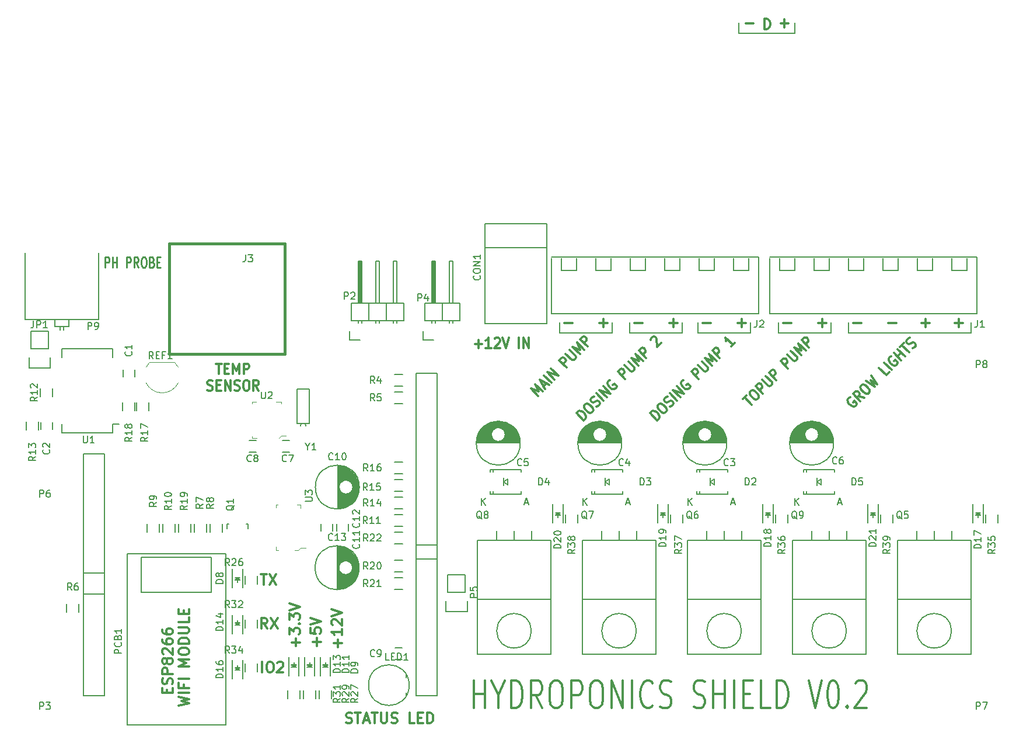
<source format=gbr>
G04 #@! TF.FileFunction,Legend,Top*
%FSLAX46Y46*%
G04 Gerber Fmt 4.6, Leading zero omitted, Abs format (unit mm)*
G04 Created by KiCad (PCBNEW 4.0.2+dfsg1-stable) date Mon 11 Jun 2018 12:16:28 PM EDT*
%MOMM*%
G01*
G04 APERTURE LIST*
%ADD10C,0.100000*%
%ADD11C,0.300000*%
%ADD12C,0.200000*%
%ADD13C,0.275000*%
%ADD14C,0.381000*%
%ADD15C,0.150000*%
%ADD16C,0.120000*%
G04 APERTURE END LIST*
D10*
D11*
X141220009Y-77683330D02*
X141078588Y-77723736D01*
X140942218Y-77860106D01*
X140856355Y-78046985D01*
X140866456Y-78238914D01*
X140922015Y-78385386D01*
X141078589Y-78632874D01*
X141230111Y-78784396D01*
X141477599Y-78940970D01*
X141624071Y-78996529D01*
X141816000Y-79006630D01*
X142002878Y-78920767D01*
X142093791Y-78829853D01*
X142179654Y-78642975D01*
X142174604Y-78547010D01*
X141821050Y-78193457D01*
X141639223Y-78375285D01*
X143230213Y-77693431D02*
X142406939Y-77506554D01*
X142684731Y-78238913D02*
X141624071Y-77178253D01*
X141987725Y-76814599D01*
X142129147Y-76774193D01*
X142225111Y-76779244D01*
X142371584Y-76834802D01*
X142523106Y-76986325D01*
X142578665Y-77132798D01*
X142583716Y-77228761D01*
X142543310Y-77370183D01*
X142179655Y-77733838D01*
X142760492Y-76041832D02*
X142942319Y-75860005D01*
X143083741Y-75819599D01*
X143275670Y-75829700D01*
X143523157Y-75986273D01*
X143876711Y-76339827D01*
X144033285Y-76587315D01*
X144043386Y-76779244D01*
X144002979Y-76920665D01*
X143821152Y-77102492D01*
X143679731Y-77142899D01*
X143487803Y-77132797D01*
X143240315Y-76976223D01*
X142886761Y-76622670D01*
X142730188Y-76375182D01*
X142720086Y-76183254D01*
X142760492Y-76041832D01*
X143487802Y-75314522D02*
X144775747Y-76147898D01*
X144199960Y-75208456D01*
X145139401Y-75784243D01*
X144306026Y-74496298D01*
X146912219Y-74011425D02*
X146457650Y-74465994D01*
X145396990Y-73405334D01*
X147230417Y-73693227D02*
X146169757Y-72632567D01*
X147174858Y-71728482D02*
X147033437Y-71768887D01*
X146897066Y-71905258D01*
X146811204Y-72092136D01*
X146821305Y-72284065D01*
X146876864Y-72430537D01*
X147033438Y-72678025D01*
X147184960Y-72829547D01*
X147432448Y-72986121D01*
X147578920Y-73041680D01*
X147770849Y-73051781D01*
X147957727Y-72965918D01*
X148048640Y-72875004D01*
X148134503Y-72688127D01*
X148129452Y-72592162D01*
X147775899Y-72238608D01*
X147594071Y-72420436D01*
X148639580Y-72284065D02*
X147578920Y-71223404D01*
X148083996Y-71728481D02*
X148629478Y-71182999D01*
X149185062Y-71738583D02*
X148124402Y-70677922D01*
X148442600Y-70359724D02*
X148988082Y-69814242D01*
X149776001Y-71147643D02*
X148715341Y-70086983D01*
X150270976Y-70551654D02*
X150457854Y-70465790D01*
X150685139Y-70238506D01*
X150725545Y-70097085D01*
X150720494Y-70001120D01*
X150664935Y-69854649D01*
X150563920Y-69753633D01*
X150417448Y-69698075D01*
X150321483Y-69693024D01*
X150180063Y-69733430D01*
X149947727Y-69864750D01*
X149806306Y-69905157D01*
X149710342Y-69900105D01*
X149563869Y-69844547D01*
X149462854Y-69743532D01*
X149407296Y-69597060D01*
X149402245Y-69501095D01*
X149442651Y-69359673D01*
X149669935Y-69132389D01*
X149856813Y-69046527D01*
X125638019Y-77924305D02*
X126183501Y-77378823D01*
X126971421Y-78712224D02*
X125910760Y-77651564D01*
X126683526Y-76878798D02*
X126865354Y-76696970D01*
X127006776Y-76656564D01*
X127198705Y-76666666D01*
X127446192Y-76823239D01*
X127799745Y-77176792D01*
X127956319Y-77424280D01*
X127966421Y-77616209D01*
X127926014Y-77757630D01*
X127744187Y-77939458D01*
X127602766Y-77979864D01*
X127410837Y-77969762D01*
X127163349Y-77813188D01*
X126809796Y-77459635D01*
X126653223Y-77212148D01*
X126643121Y-77020219D01*
X126683526Y-76878798D01*
X128562411Y-77121233D02*
X127501751Y-76060573D01*
X127865405Y-75696919D01*
X128006827Y-75656513D01*
X128102791Y-75661564D01*
X128249264Y-75717122D01*
X128400786Y-75868645D01*
X128456345Y-76015118D01*
X128461396Y-76111081D01*
X128420990Y-76252503D01*
X128057335Y-76616158D01*
X128456345Y-75105979D02*
X129314975Y-75964609D01*
X129461446Y-76020168D01*
X129557411Y-76025219D01*
X129698832Y-75984812D01*
X129880659Y-75802985D01*
X129921066Y-75661563D01*
X129916015Y-75565599D01*
X129860457Y-75419127D01*
X129001827Y-74560497D01*
X130517056Y-75166588D02*
X129456396Y-74105928D01*
X129820051Y-73742273D01*
X129961473Y-73701867D01*
X130057437Y-73706919D01*
X130203909Y-73762477D01*
X130355431Y-73913999D01*
X130410990Y-74060472D01*
X130416041Y-74156436D01*
X130375635Y-74297858D01*
X130011980Y-74661512D01*
X132198960Y-73484684D02*
X131138300Y-72424024D01*
X131501954Y-72060370D01*
X131643376Y-72019964D01*
X131739341Y-72025015D01*
X131885813Y-72080573D01*
X132037335Y-72232096D01*
X132092894Y-72378569D01*
X132097945Y-72474532D01*
X132057539Y-72615954D01*
X131693884Y-72979609D01*
X132092894Y-71469430D02*
X132951524Y-72328060D01*
X133097995Y-72383619D01*
X133193960Y-72388670D01*
X133335381Y-72348263D01*
X133517209Y-72166436D01*
X133557615Y-72025014D01*
X133552564Y-71929050D01*
X133497006Y-71782578D01*
X132638376Y-70923948D01*
X134153605Y-71530039D02*
X133092945Y-70469379D01*
X134168758Y-70908795D01*
X133729341Y-69832983D01*
X134790001Y-70893643D01*
X135244570Y-70439074D02*
X134183910Y-69378414D01*
X134547564Y-69014760D01*
X134688986Y-68974354D01*
X134784951Y-68979405D01*
X134931423Y-69034963D01*
X135082945Y-69186486D01*
X135138504Y-69332959D01*
X135143555Y-69428922D01*
X135103149Y-69570344D01*
X134739494Y-69933999D01*
X113252628Y-81001016D02*
X112191968Y-79940356D01*
X112419252Y-79713072D01*
X112606131Y-79627209D01*
X112798060Y-79637310D01*
X112944531Y-79692869D01*
X113192019Y-79849443D01*
X113343542Y-80000965D01*
X113500116Y-80248453D01*
X113555675Y-80394925D01*
X113565776Y-80586854D01*
X113479912Y-80773732D01*
X113252628Y-81001016D01*
X113328389Y-78803935D02*
X113510217Y-78622107D01*
X113651639Y-78581701D01*
X113843567Y-78591803D01*
X114091055Y-78748376D01*
X114444608Y-79101929D01*
X114601182Y-79349417D01*
X114611284Y-79541346D01*
X114570877Y-79682767D01*
X114389049Y-79864595D01*
X114247629Y-79905001D01*
X114055700Y-79894899D01*
X113808212Y-79738325D01*
X113454659Y-79384772D01*
X113298085Y-79137285D01*
X113287984Y-78945356D01*
X113328389Y-78803935D01*
X115111310Y-79041320D02*
X115298187Y-78955457D01*
X115525472Y-78728172D01*
X115565878Y-78586752D01*
X115560827Y-78490787D01*
X115505268Y-78344315D01*
X115404253Y-78243300D01*
X115257782Y-78187741D01*
X115161817Y-78182690D01*
X115020396Y-78223097D01*
X114788061Y-78354416D01*
X114646639Y-78394823D01*
X114550675Y-78389772D01*
X114404203Y-78334214D01*
X114303188Y-78233198D01*
X114247629Y-78086726D01*
X114242578Y-77990762D01*
X114282984Y-77849340D01*
X114510268Y-77622056D01*
X114697146Y-77536193D01*
X116116411Y-78137233D02*
X115055751Y-77076573D01*
X116570979Y-77682665D02*
X115510319Y-76622005D01*
X117116461Y-77137183D01*
X116055801Y-76076523D01*
X117060903Y-75172437D02*
X116919482Y-75212842D01*
X116783111Y-75349212D01*
X116697249Y-75536091D01*
X116707350Y-75728020D01*
X116762909Y-75874492D01*
X116919483Y-76121980D01*
X117071005Y-76273502D01*
X117318493Y-76430076D01*
X117464965Y-76485635D01*
X117656894Y-76495736D01*
X117843772Y-76409873D01*
X117934685Y-76318959D01*
X118020548Y-76132082D01*
X118015497Y-76036117D01*
X117661944Y-75682563D01*
X117480117Y-75864391D01*
X119252934Y-75000710D02*
X118192274Y-73940050D01*
X118555929Y-73576395D01*
X118697351Y-73535989D01*
X118793315Y-73541041D01*
X118939787Y-73596599D01*
X119091310Y-73748121D01*
X119146868Y-73894594D01*
X119151919Y-73990558D01*
X119111513Y-74131980D01*
X118747859Y-74495634D01*
X119146868Y-72985456D02*
X120005498Y-73844086D01*
X120151970Y-73899644D01*
X120247935Y-73904695D01*
X120389355Y-73864289D01*
X120571183Y-73682461D01*
X120611590Y-73541040D01*
X120606538Y-73445076D01*
X120550980Y-73298604D01*
X119692350Y-72439974D01*
X121207580Y-73046065D02*
X120146920Y-71985404D01*
X121222732Y-72424821D01*
X120783316Y-71349008D01*
X121843976Y-72409668D01*
X122298544Y-71955100D02*
X121237884Y-70894440D01*
X121601539Y-70530785D01*
X121742961Y-70490379D01*
X121838925Y-70495431D01*
X121985397Y-70550989D01*
X122136920Y-70702511D01*
X122192478Y-70848984D01*
X122197529Y-70944948D01*
X122157123Y-71086370D01*
X121793469Y-71450024D01*
X124480473Y-69773171D02*
X123934991Y-70318653D01*
X124207732Y-70045912D02*
X123147072Y-68985252D01*
X123207681Y-69227689D01*
X123217782Y-69419618D01*
X123177377Y-69561039D01*
X102584628Y-81001016D02*
X101523968Y-79940356D01*
X101751252Y-79713072D01*
X101938131Y-79627209D01*
X102130060Y-79637310D01*
X102276531Y-79692869D01*
X102524019Y-79849443D01*
X102675542Y-80000965D01*
X102832116Y-80248453D01*
X102887675Y-80394925D01*
X102897776Y-80586854D01*
X102811912Y-80773732D01*
X102584628Y-81001016D01*
X102660389Y-78803935D02*
X102842217Y-78622107D01*
X102983639Y-78581701D01*
X103175567Y-78591803D01*
X103423055Y-78748376D01*
X103776608Y-79101929D01*
X103933182Y-79349417D01*
X103943284Y-79541346D01*
X103902877Y-79682767D01*
X103721049Y-79864595D01*
X103579629Y-79905001D01*
X103387700Y-79894899D01*
X103140212Y-79738325D01*
X102786659Y-79384772D01*
X102630085Y-79137285D01*
X102619984Y-78945356D01*
X102660389Y-78803935D01*
X104443310Y-79041320D02*
X104630187Y-78955457D01*
X104857472Y-78728172D01*
X104897878Y-78586752D01*
X104892827Y-78490787D01*
X104837268Y-78344315D01*
X104736253Y-78243300D01*
X104589782Y-78187741D01*
X104493817Y-78182690D01*
X104352396Y-78223097D01*
X104120061Y-78354416D01*
X103978639Y-78394823D01*
X103882675Y-78389772D01*
X103736203Y-78334214D01*
X103635188Y-78233198D01*
X103579629Y-78086726D01*
X103574578Y-77990762D01*
X103614984Y-77849340D01*
X103842268Y-77622056D01*
X104029146Y-77536193D01*
X105448411Y-78137233D02*
X104387751Y-77076573D01*
X105902979Y-77682665D02*
X104842319Y-76622005D01*
X106448461Y-77137183D01*
X105387801Y-76076523D01*
X106392903Y-75172437D02*
X106251482Y-75212842D01*
X106115111Y-75349212D01*
X106029249Y-75536091D01*
X106039350Y-75728020D01*
X106094909Y-75874492D01*
X106251483Y-76121980D01*
X106403005Y-76273502D01*
X106650493Y-76430076D01*
X106796965Y-76485635D01*
X106988894Y-76495736D01*
X107175772Y-76409873D01*
X107266685Y-76318959D01*
X107352548Y-76132082D01*
X107347497Y-76036117D01*
X106993944Y-75682563D01*
X106812117Y-75864391D01*
X108584934Y-75000710D02*
X107524274Y-73940050D01*
X107887929Y-73576395D01*
X108029351Y-73535989D01*
X108125315Y-73541041D01*
X108271787Y-73596599D01*
X108423310Y-73748121D01*
X108478868Y-73894594D01*
X108483919Y-73990558D01*
X108443513Y-74131980D01*
X108079859Y-74495634D01*
X108478868Y-72985456D02*
X109337498Y-73844086D01*
X109483970Y-73899644D01*
X109579935Y-73904695D01*
X109721355Y-73864289D01*
X109903183Y-73682461D01*
X109943590Y-73541040D01*
X109938538Y-73445076D01*
X109882980Y-73298604D01*
X109024350Y-72439974D01*
X110539580Y-73046065D02*
X109478920Y-71985404D01*
X110554732Y-72424821D01*
X110115316Y-71349008D01*
X111175976Y-72409668D01*
X111630544Y-71955100D02*
X110569884Y-70894440D01*
X110933539Y-70530785D01*
X111074961Y-70490379D01*
X111170925Y-70495431D01*
X111317397Y-70550989D01*
X111468920Y-70702511D01*
X111524478Y-70848984D01*
X111529529Y-70944948D01*
X111489123Y-71086370D01*
X111125469Y-71450024D01*
X112307347Y-69359009D02*
X112302296Y-69263044D01*
X112342701Y-69121623D01*
X112569986Y-68894338D01*
X112711407Y-68853933D01*
X112807372Y-68858983D01*
X112953844Y-68914542D01*
X113054859Y-69015557D01*
X113160926Y-69212537D01*
X113221534Y-70364110D01*
X113812473Y-69773171D01*
X95975446Y-77450198D02*
X94914786Y-76389538D01*
X95990599Y-76828955D01*
X95551182Y-75753142D01*
X96611842Y-76813802D01*
X96717908Y-76101645D02*
X97172477Y-75647076D01*
X96930040Y-76495605D02*
X96187578Y-75116746D01*
X97566436Y-75859209D01*
X97884635Y-75541010D02*
X96823974Y-74480350D01*
X98339203Y-75086441D02*
X97278543Y-74025781D01*
X98884685Y-74540959D01*
X97824025Y-73480299D01*
X100066564Y-73359080D02*
X99005904Y-72298420D01*
X99369558Y-71934766D01*
X99510980Y-71894360D01*
X99606944Y-71899411D01*
X99753417Y-71954969D01*
X99904939Y-72106492D01*
X99960498Y-72252965D01*
X99965549Y-72348928D01*
X99925142Y-72490350D01*
X99561488Y-72854005D01*
X99960498Y-71343826D02*
X100819128Y-72202456D01*
X100965599Y-72258015D01*
X101061564Y-72263066D01*
X101202985Y-72222659D01*
X101384812Y-72040832D01*
X101425219Y-71899411D01*
X101420168Y-71803446D01*
X101364610Y-71656974D01*
X100505980Y-70798344D01*
X102021209Y-71404435D02*
X100960549Y-70343775D01*
X102036362Y-70783192D01*
X101596945Y-69707379D01*
X102657605Y-70768039D01*
X103112174Y-70313470D02*
X102051514Y-69252810D01*
X102415168Y-68889156D01*
X102556590Y-68848750D01*
X102652554Y-68853801D01*
X102799027Y-68909359D01*
X102950549Y-69060882D01*
X103006108Y-69207355D01*
X103011159Y-69303318D01*
X102970753Y-69444740D01*
X102607098Y-69808395D01*
X86756572Y-69957143D02*
X87785143Y-69957143D01*
X87270857Y-70528571D02*
X87270857Y-69385714D01*
X89135143Y-70528571D02*
X88363715Y-70528571D01*
X88749429Y-70528571D02*
X88749429Y-69028571D01*
X88620858Y-69242857D01*
X88492286Y-69385714D01*
X88363715Y-69457143D01*
X89649429Y-69171429D02*
X89713715Y-69100000D01*
X89842286Y-69028571D01*
X90163715Y-69028571D01*
X90292286Y-69100000D01*
X90356572Y-69171429D01*
X90420857Y-69314286D01*
X90420857Y-69457143D01*
X90356572Y-69671429D01*
X89585143Y-70528571D01*
X90420857Y-70528571D01*
X90806571Y-69028571D02*
X91256571Y-70528571D01*
X91706571Y-69028571D01*
X93185143Y-70528571D02*
X93185143Y-69028571D01*
X93828000Y-70528571D02*
X93828000Y-69028571D01*
X94599428Y-70528571D01*
X94599428Y-69028571D01*
D12*
X133223000Y-23368000D02*
X133223000Y-24892000D01*
X125095000Y-23368000D02*
X125095000Y-24892000D01*
X125095000Y-24892000D02*
X133223000Y-24892000D01*
D11*
X128766143Y-24300571D02*
X128766143Y-22800571D01*
X129123286Y-22800571D01*
X129337571Y-22872000D01*
X129480429Y-23014857D01*
X129551857Y-23157714D01*
X129623286Y-23443429D01*
X129623286Y-23657714D01*
X129551857Y-23943429D01*
X129480429Y-24086286D01*
X129337571Y-24229143D01*
X129123286Y-24300571D01*
X128766143Y-24300571D01*
X126047572Y-23475143D02*
X127190429Y-23475143D01*
X131127572Y-23475143D02*
X132270429Y-23475143D01*
X131699000Y-24046571D02*
X131699000Y-22903714D01*
X49246143Y-72781571D02*
X50017572Y-72781571D01*
X49631858Y-74281571D02*
X49631858Y-72781571D01*
X50467572Y-73495857D02*
X50917572Y-73495857D01*
X51110429Y-74281571D02*
X50467572Y-74281571D01*
X50467572Y-72781571D01*
X51110429Y-72781571D01*
X51689001Y-74281571D02*
X51689001Y-72781571D01*
X52139001Y-73853000D01*
X52589001Y-72781571D01*
X52589001Y-74281571D01*
X53231858Y-74281571D02*
X53231858Y-72781571D01*
X53746143Y-72781571D01*
X53874715Y-72853000D01*
X53939000Y-72924429D01*
X54003286Y-73067286D01*
X54003286Y-73281571D01*
X53939000Y-73424429D01*
X53874715Y-73495857D01*
X53746143Y-73567286D01*
X53231858Y-73567286D01*
X47960429Y-76610143D02*
X48153286Y-76681571D01*
X48474715Y-76681571D01*
X48603286Y-76610143D01*
X48667572Y-76538714D01*
X48731857Y-76395857D01*
X48731857Y-76253000D01*
X48667572Y-76110143D01*
X48603286Y-76038714D01*
X48474715Y-75967286D01*
X48217572Y-75895857D01*
X48089000Y-75824429D01*
X48024715Y-75753000D01*
X47960429Y-75610143D01*
X47960429Y-75467286D01*
X48024715Y-75324429D01*
X48089000Y-75253000D01*
X48217572Y-75181571D01*
X48539000Y-75181571D01*
X48731857Y-75253000D01*
X49310429Y-75895857D02*
X49760429Y-75895857D01*
X49953286Y-76681571D02*
X49310429Y-76681571D01*
X49310429Y-75181571D01*
X49953286Y-75181571D01*
X50531858Y-76681571D02*
X50531858Y-75181571D01*
X51303286Y-76681571D01*
X51303286Y-75181571D01*
X51881858Y-76610143D02*
X52074715Y-76681571D01*
X52396144Y-76681571D01*
X52524715Y-76610143D01*
X52589001Y-76538714D01*
X52653286Y-76395857D01*
X52653286Y-76253000D01*
X52589001Y-76110143D01*
X52524715Y-76038714D01*
X52396144Y-75967286D01*
X52139001Y-75895857D01*
X52010429Y-75824429D01*
X51946144Y-75753000D01*
X51881858Y-75610143D01*
X51881858Y-75467286D01*
X51946144Y-75324429D01*
X52010429Y-75253000D01*
X52139001Y-75181571D01*
X52460429Y-75181571D01*
X52653286Y-75253000D01*
X53489000Y-75181571D02*
X53746143Y-75181571D01*
X53874715Y-75253000D01*
X54003286Y-75395857D01*
X54067572Y-75681571D01*
X54067572Y-76181571D01*
X54003286Y-76467286D01*
X53874715Y-76610143D01*
X53746143Y-76681571D01*
X53489000Y-76681571D01*
X53360429Y-76610143D01*
X53231858Y-76467286D01*
X53167572Y-76181571D01*
X53167572Y-75681571D01*
X53231858Y-75395857D01*
X53360429Y-75253000D01*
X53489000Y-75181571D01*
X55417572Y-76681571D02*
X54967572Y-75967286D01*
X54646144Y-76681571D02*
X54646144Y-75181571D01*
X55160429Y-75181571D01*
X55289001Y-75253000D01*
X55353286Y-75324429D01*
X55417572Y-75467286D01*
X55417572Y-75681571D01*
X55353286Y-75824429D01*
X55289001Y-75895857D01*
X55160429Y-75967286D01*
X54646144Y-75967286D01*
X55904000Y-117518571D02*
X55904000Y-116018571D01*
X56904000Y-116018571D02*
X57189714Y-116018571D01*
X57332572Y-116090000D01*
X57475429Y-116232857D01*
X57546857Y-116518571D01*
X57546857Y-117018571D01*
X57475429Y-117304286D01*
X57332572Y-117447143D01*
X57189714Y-117518571D01*
X56904000Y-117518571D01*
X56761143Y-117447143D01*
X56618286Y-117304286D01*
X56546857Y-117018571D01*
X56546857Y-116518571D01*
X56618286Y-116232857D01*
X56761143Y-116090000D01*
X56904000Y-116018571D01*
X58118286Y-116161429D02*
X58189715Y-116090000D01*
X58332572Y-116018571D01*
X58689715Y-116018571D01*
X58832572Y-116090000D01*
X58904001Y-116161429D01*
X58975429Y-116304286D01*
X58975429Y-116447143D01*
X58904001Y-116661429D01*
X58046858Y-117518571D01*
X58975429Y-117518571D01*
D12*
X78232000Y-74168000D02*
X78232000Y-120904000D01*
D11*
X68100572Y-124813143D02*
X68314858Y-124884571D01*
X68672001Y-124884571D01*
X68814858Y-124813143D01*
X68886287Y-124741714D01*
X68957715Y-124598857D01*
X68957715Y-124456000D01*
X68886287Y-124313143D01*
X68814858Y-124241714D01*
X68672001Y-124170286D01*
X68386287Y-124098857D01*
X68243429Y-124027429D01*
X68172001Y-123956000D01*
X68100572Y-123813143D01*
X68100572Y-123670286D01*
X68172001Y-123527429D01*
X68243429Y-123456000D01*
X68386287Y-123384571D01*
X68743429Y-123384571D01*
X68957715Y-123456000D01*
X69386286Y-123384571D02*
X70243429Y-123384571D01*
X69814858Y-124884571D02*
X69814858Y-123384571D01*
X70672000Y-124456000D02*
X71386286Y-124456000D01*
X70529143Y-124884571D02*
X71029143Y-123384571D01*
X71529143Y-124884571D01*
X71814857Y-123384571D02*
X72672000Y-123384571D01*
X72243429Y-124884571D02*
X72243429Y-123384571D01*
X73172000Y-123384571D02*
X73172000Y-124598857D01*
X73243428Y-124741714D01*
X73314857Y-124813143D01*
X73457714Y-124884571D01*
X73743428Y-124884571D01*
X73886286Y-124813143D01*
X73957714Y-124741714D01*
X74029143Y-124598857D01*
X74029143Y-123384571D01*
X74672000Y-124813143D02*
X74886286Y-124884571D01*
X75243429Y-124884571D01*
X75386286Y-124813143D01*
X75457715Y-124741714D01*
X75529143Y-124598857D01*
X75529143Y-124456000D01*
X75457715Y-124313143D01*
X75386286Y-124241714D01*
X75243429Y-124170286D01*
X74957715Y-124098857D01*
X74814857Y-124027429D01*
X74743429Y-123956000D01*
X74672000Y-123813143D01*
X74672000Y-123670286D01*
X74743429Y-123527429D01*
X74814857Y-123456000D01*
X74957715Y-123384571D01*
X75314857Y-123384571D01*
X75529143Y-123456000D01*
X78029143Y-124884571D02*
X77314857Y-124884571D01*
X77314857Y-123384571D01*
X78529143Y-124098857D02*
X79029143Y-124098857D01*
X79243429Y-124884571D02*
X78529143Y-124884571D01*
X78529143Y-123384571D01*
X79243429Y-123384571D01*
X79886286Y-124884571D02*
X79886286Y-123384571D01*
X80243429Y-123384571D01*
X80457714Y-123456000D01*
X80600572Y-123598857D01*
X80672000Y-123741714D01*
X80743429Y-124027429D01*
X80743429Y-124241714D01*
X80672000Y-124527429D01*
X80600572Y-124670286D01*
X80457714Y-124813143D01*
X80243429Y-124884571D01*
X79886286Y-124884571D01*
D12*
X29972000Y-106172000D02*
X33020000Y-106172000D01*
X29972000Y-103124000D02*
X33020000Y-103124000D01*
X29972000Y-120904000D02*
X29972000Y-85852000D01*
X33020000Y-120904000D02*
X29972000Y-120904000D01*
X33020000Y-85852000D02*
X33020000Y-120904000D01*
X29972000Y-85852000D02*
X33020000Y-85852000D01*
X78232000Y-101092000D02*
X81280000Y-101092000D01*
X78232000Y-99060000D02*
X81280000Y-99060000D01*
X81280000Y-74168000D02*
X78232000Y-74168000D01*
X81280000Y-120904000D02*
X81280000Y-74168000D01*
X78232000Y-120904000D02*
X81280000Y-120904000D01*
D11*
X63861143Y-113688571D02*
X63861143Y-112545714D01*
X64432571Y-113117143D02*
X63289714Y-113117143D01*
X62932571Y-111117142D02*
X62932571Y-111831428D01*
X63646857Y-111902857D01*
X63575429Y-111831428D01*
X63504000Y-111688571D01*
X63504000Y-111331428D01*
X63575429Y-111188571D01*
X63646857Y-111117142D01*
X63789714Y-111045714D01*
X64146857Y-111045714D01*
X64289714Y-111117142D01*
X64361143Y-111188571D01*
X64432571Y-111331428D01*
X64432571Y-111688571D01*
X64361143Y-111831428D01*
X64289714Y-111902857D01*
X62932571Y-110617143D02*
X64432571Y-110117143D01*
X62932571Y-109617143D01*
X55753143Y-103318571D02*
X56610286Y-103318571D01*
X56181715Y-104818571D02*
X56181715Y-103318571D01*
X56967429Y-103318571D02*
X57967429Y-104818571D01*
X57967429Y-103318571D02*
X56967429Y-104818571D01*
X131508572Y-66909143D02*
X132651429Y-66909143D01*
X124904572Y-66909143D02*
X126047429Y-66909143D01*
X125476000Y-67480571D02*
X125476000Y-66337714D01*
X42126857Y-120530284D02*
X42126857Y-120030284D01*
X42912571Y-119815998D02*
X42912571Y-120530284D01*
X41412571Y-120530284D01*
X41412571Y-119815998D01*
X42841143Y-119244570D02*
X42912571Y-119030284D01*
X42912571Y-118673141D01*
X42841143Y-118530284D01*
X42769714Y-118458855D01*
X42626857Y-118387427D01*
X42484000Y-118387427D01*
X42341143Y-118458855D01*
X42269714Y-118530284D01*
X42198286Y-118673141D01*
X42126857Y-118958855D01*
X42055429Y-119101713D01*
X41984000Y-119173141D01*
X41841143Y-119244570D01*
X41698286Y-119244570D01*
X41555429Y-119173141D01*
X41484000Y-119101713D01*
X41412571Y-118958855D01*
X41412571Y-118601713D01*
X41484000Y-118387427D01*
X42912571Y-117744570D02*
X41412571Y-117744570D01*
X41412571Y-117173142D01*
X41484000Y-117030284D01*
X41555429Y-116958856D01*
X41698286Y-116887427D01*
X41912571Y-116887427D01*
X42055429Y-116958856D01*
X42126857Y-117030284D01*
X42198286Y-117173142D01*
X42198286Y-117744570D01*
X42055429Y-116030284D02*
X41984000Y-116173142D01*
X41912571Y-116244570D01*
X41769714Y-116315999D01*
X41698286Y-116315999D01*
X41555429Y-116244570D01*
X41484000Y-116173142D01*
X41412571Y-116030284D01*
X41412571Y-115744570D01*
X41484000Y-115601713D01*
X41555429Y-115530284D01*
X41698286Y-115458856D01*
X41769714Y-115458856D01*
X41912571Y-115530284D01*
X41984000Y-115601713D01*
X42055429Y-115744570D01*
X42055429Y-116030284D01*
X42126857Y-116173142D01*
X42198286Y-116244570D01*
X42341143Y-116315999D01*
X42626857Y-116315999D01*
X42769714Y-116244570D01*
X42841143Y-116173142D01*
X42912571Y-116030284D01*
X42912571Y-115744570D01*
X42841143Y-115601713D01*
X42769714Y-115530284D01*
X42626857Y-115458856D01*
X42341143Y-115458856D01*
X42198286Y-115530284D01*
X42126857Y-115601713D01*
X42055429Y-115744570D01*
X41555429Y-114887428D02*
X41484000Y-114815999D01*
X41412571Y-114673142D01*
X41412571Y-114315999D01*
X41484000Y-114173142D01*
X41555429Y-114101713D01*
X41698286Y-114030285D01*
X41841143Y-114030285D01*
X42055429Y-114101713D01*
X42912571Y-114958856D01*
X42912571Y-114030285D01*
X41412571Y-112744571D02*
X41412571Y-113030285D01*
X41484000Y-113173142D01*
X41555429Y-113244571D01*
X41769714Y-113387428D01*
X42055429Y-113458857D01*
X42626857Y-113458857D01*
X42769714Y-113387428D01*
X42841143Y-113316000D01*
X42912571Y-113173142D01*
X42912571Y-112887428D01*
X42841143Y-112744571D01*
X42769714Y-112673142D01*
X42626857Y-112601714D01*
X42269714Y-112601714D01*
X42126857Y-112673142D01*
X42055429Y-112744571D01*
X41984000Y-112887428D01*
X41984000Y-113173142D01*
X42055429Y-113316000D01*
X42126857Y-113387428D01*
X42269714Y-113458857D01*
X41412571Y-111316000D02*
X41412571Y-111601714D01*
X41484000Y-111744571D01*
X41555429Y-111816000D01*
X41769714Y-111958857D01*
X42055429Y-112030286D01*
X42626857Y-112030286D01*
X42769714Y-111958857D01*
X42841143Y-111887429D01*
X42912571Y-111744571D01*
X42912571Y-111458857D01*
X42841143Y-111316000D01*
X42769714Y-111244571D01*
X42626857Y-111173143D01*
X42269714Y-111173143D01*
X42126857Y-111244571D01*
X42055429Y-111316000D01*
X41984000Y-111458857D01*
X41984000Y-111744571D01*
X42055429Y-111887429D01*
X42126857Y-111958857D01*
X42269714Y-112030286D01*
X43812571Y-122351715D02*
X45312571Y-121994572D01*
X44241143Y-121708858D01*
X45312571Y-121423144D01*
X43812571Y-121066001D01*
X45312571Y-120494572D02*
X43812571Y-120494572D01*
X44526857Y-119280286D02*
X44526857Y-119780286D01*
X45312571Y-119780286D02*
X43812571Y-119780286D01*
X43812571Y-119066000D01*
X45312571Y-118494572D02*
X43812571Y-118494572D01*
X45312571Y-116637429D02*
X43812571Y-116637429D01*
X44884000Y-116137429D01*
X43812571Y-115637429D01*
X45312571Y-115637429D01*
X43812571Y-114637429D02*
X43812571Y-114351715D01*
X43884000Y-114208857D01*
X44026857Y-114066000D01*
X44312571Y-113994572D01*
X44812571Y-113994572D01*
X45098286Y-114066000D01*
X45241143Y-114208857D01*
X45312571Y-114351715D01*
X45312571Y-114637429D01*
X45241143Y-114780286D01*
X45098286Y-114923143D01*
X44812571Y-114994572D01*
X44312571Y-114994572D01*
X44026857Y-114923143D01*
X43884000Y-114780286D01*
X43812571Y-114637429D01*
X45312571Y-113351714D02*
X43812571Y-113351714D01*
X43812571Y-112994571D01*
X43884000Y-112780286D01*
X44026857Y-112637428D01*
X44169714Y-112566000D01*
X44455429Y-112494571D01*
X44669714Y-112494571D01*
X44955429Y-112566000D01*
X45098286Y-112637428D01*
X45241143Y-112780286D01*
X45312571Y-112994571D01*
X45312571Y-113351714D01*
X43812571Y-111851714D02*
X45026857Y-111851714D01*
X45169714Y-111780286D01*
X45241143Y-111708857D01*
X45312571Y-111566000D01*
X45312571Y-111280286D01*
X45241143Y-111137428D01*
X45169714Y-111066000D01*
X45026857Y-110994571D01*
X43812571Y-110994571D01*
X45312571Y-109565999D02*
X45312571Y-110280285D01*
X43812571Y-110280285D01*
X44526857Y-109065999D02*
X44526857Y-108565999D01*
X45312571Y-108351713D02*
X45312571Y-109065999D01*
X43812571Y-109065999D01*
X43812571Y-108351713D01*
X56646001Y-111168571D02*
X56146001Y-110454286D01*
X55788858Y-111168571D02*
X55788858Y-109668571D01*
X56360286Y-109668571D01*
X56503144Y-109740000D01*
X56574572Y-109811429D01*
X56646001Y-109954286D01*
X56646001Y-110168571D01*
X56574572Y-110311429D01*
X56503144Y-110382857D01*
X56360286Y-110454286D01*
X55788858Y-110454286D01*
X57146001Y-109668571D02*
X58146001Y-111168571D01*
X58146001Y-109668571D02*
X57146001Y-111168571D01*
X66909143Y-113894856D02*
X66909143Y-112751999D01*
X67480571Y-113323428D02*
X66337714Y-113323428D01*
X67480571Y-111251999D02*
X67480571Y-112109142D01*
X67480571Y-111680570D02*
X65980571Y-111680570D01*
X66194857Y-111823427D01*
X66337714Y-111966285D01*
X66409143Y-112109142D01*
X66123429Y-110680571D02*
X66052000Y-110609142D01*
X65980571Y-110466285D01*
X65980571Y-110109142D01*
X66052000Y-109966285D01*
X66123429Y-109894856D01*
X66266286Y-109823428D01*
X66409143Y-109823428D01*
X66623429Y-109894856D01*
X67480571Y-110751999D01*
X67480571Y-109823428D01*
X65980571Y-109394857D02*
X67480571Y-108894857D01*
X65980571Y-108394857D01*
X60813143Y-113743999D02*
X60813143Y-112601142D01*
X61384571Y-113172571D02*
X60241714Y-113172571D01*
X59884571Y-112029713D02*
X59884571Y-111101142D01*
X60456000Y-111601142D01*
X60456000Y-111386856D01*
X60527429Y-111243999D01*
X60598857Y-111172570D01*
X60741714Y-111101142D01*
X61098857Y-111101142D01*
X61241714Y-111172570D01*
X61313143Y-111243999D01*
X61384571Y-111386856D01*
X61384571Y-111815428D01*
X61313143Y-111958285D01*
X61241714Y-112029713D01*
X61241714Y-110458285D02*
X61313143Y-110386857D01*
X61384571Y-110458285D01*
X61313143Y-110529714D01*
X61241714Y-110458285D01*
X61384571Y-110458285D01*
X59884571Y-109886856D02*
X59884571Y-108958285D01*
X60456000Y-109458285D01*
X60456000Y-109243999D01*
X60527429Y-109101142D01*
X60598857Y-109029713D01*
X60741714Y-108958285D01*
X61098857Y-108958285D01*
X61241714Y-109029713D01*
X61313143Y-109101142D01*
X61384571Y-109243999D01*
X61384571Y-109672571D01*
X61313143Y-109815428D01*
X61241714Y-109886856D01*
X59884571Y-108529714D02*
X61384571Y-108029714D01*
X59884571Y-107529714D01*
D12*
X158750000Y-68326000D02*
X140970000Y-68326000D01*
X140970000Y-68326000D02*
X140970000Y-66802000D01*
X138430000Y-68326000D02*
X138430000Y-66802000D01*
X130810000Y-66802000D02*
X130810000Y-68326000D01*
X130810000Y-68326000D02*
X138430000Y-68326000D01*
D11*
X136588572Y-66909143D02*
X137731429Y-66909143D01*
X137160000Y-67480571D02*
X137160000Y-66337714D01*
D13*
X33125810Y-58844571D02*
X33125810Y-57344571D01*
X33544857Y-57344571D01*
X33649619Y-57416000D01*
X33702000Y-57487429D01*
X33754381Y-57630286D01*
X33754381Y-57844571D01*
X33702000Y-57987429D01*
X33649619Y-58058857D01*
X33544857Y-58130286D01*
X33125810Y-58130286D01*
X34225810Y-58844571D02*
X34225810Y-57344571D01*
X34225810Y-58058857D02*
X34854381Y-58058857D01*
X34854381Y-58844571D02*
X34854381Y-57344571D01*
X36216286Y-58844571D02*
X36216286Y-57344571D01*
X36635333Y-57344571D01*
X36740095Y-57416000D01*
X36792476Y-57487429D01*
X36844857Y-57630286D01*
X36844857Y-57844571D01*
X36792476Y-57987429D01*
X36740095Y-58058857D01*
X36635333Y-58130286D01*
X36216286Y-58130286D01*
X37944857Y-58844571D02*
X37578191Y-58130286D01*
X37316286Y-58844571D02*
X37316286Y-57344571D01*
X37735333Y-57344571D01*
X37840095Y-57416000D01*
X37892476Y-57487429D01*
X37944857Y-57630286D01*
X37944857Y-57844571D01*
X37892476Y-57987429D01*
X37840095Y-58058857D01*
X37735333Y-58130286D01*
X37316286Y-58130286D01*
X38625810Y-57344571D02*
X38835333Y-57344571D01*
X38940095Y-57416000D01*
X39044857Y-57558857D01*
X39097238Y-57844571D01*
X39097238Y-58344571D01*
X39044857Y-58630286D01*
X38940095Y-58773143D01*
X38835333Y-58844571D01*
X38625810Y-58844571D01*
X38521048Y-58773143D01*
X38416286Y-58630286D01*
X38363905Y-58344571D01*
X38363905Y-57844571D01*
X38416286Y-57558857D01*
X38521048Y-57416000D01*
X38625810Y-57344571D01*
X39935333Y-58058857D02*
X40092476Y-58130286D01*
X40144857Y-58201714D01*
X40197238Y-58344571D01*
X40197238Y-58558857D01*
X40144857Y-58701714D01*
X40092476Y-58773143D01*
X39987714Y-58844571D01*
X39568667Y-58844571D01*
X39568667Y-57344571D01*
X39935333Y-57344571D01*
X40040095Y-57416000D01*
X40092476Y-57487429D01*
X40144857Y-57630286D01*
X40144857Y-57773143D01*
X40092476Y-57916000D01*
X40040095Y-57987429D01*
X39935333Y-58058857D01*
X39568667Y-58058857D01*
X40668667Y-58058857D02*
X41035333Y-58058857D01*
X41192476Y-58844571D02*
X40668667Y-58844571D01*
X40668667Y-57344571D01*
X41192476Y-57344571D01*
D11*
X86629857Y-122713524D02*
X86629857Y-118713524D01*
X86629857Y-120618286D02*
X88258429Y-120618286D01*
X88258429Y-122713524D02*
X88258429Y-118713524D01*
X90158429Y-120808762D02*
X90158429Y-122713524D01*
X89208429Y-118713524D02*
X90158429Y-120808762D01*
X91108429Y-118713524D01*
X92058428Y-122713524D02*
X92058428Y-118713524D01*
X92737000Y-118713524D01*
X93144143Y-118904000D01*
X93415571Y-119284952D01*
X93551286Y-119665905D01*
X93687000Y-120427810D01*
X93687000Y-120999238D01*
X93551286Y-121761143D01*
X93415571Y-122142095D01*
X93144143Y-122523048D01*
X92737000Y-122713524D01*
X92058428Y-122713524D01*
X96537000Y-122713524D02*
X95587000Y-120808762D01*
X94908428Y-122713524D02*
X94908428Y-118713524D01*
X95994143Y-118713524D01*
X96265571Y-118904000D01*
X96401286Y-119094476D01*
X96537000Y-119475429D01*
X96537000Y-120046857D01*
X96401286Y-120427810D01*
X96265571Y-120618286D01*
X95994143Y-120808762D01*
X94908428Y-120808762D01*
X98301286Y-118713524D02*
X98844143Y-118713524D01*
X99115571Y-118904000D01*
X99387000Y-119284952D01*
X99522714Y-120046857D01*
X99522714Y-121380190D01*
X99387000Y-122142095D01*
X99115571Y-122523048D01*
X98844143Y-122713524D01*
X98301286Y-122713524D01*
X98029857Y-122523048D01*
X97758428Y-122142095D01*
X97622714Y-121380190D01*
X97622714Y-120046857D01*
X97758428Y-119284952D01*
X98029857Y-118904000D01*
X98301286Y-118713524D01*
X100744142Y-122713524D02*
X100744142Y-118713524D01*
X101829857Y-118713524D01*
X102101285Y-118904000D01*
X102237000Y-119094476D01*
X102372714Y-119475429D01*
X102372714Y-120046857D01*
X102237000Y-120427810D01*
X102101285Y-120618286D01*
X101829857Y-120808762D01*
X100744142Y-120808762D01*
X104137000Y-118713524D02*
X104679857Y-118713524D01*
X104951285Y-118904000D01*
X105222714Y-119284952D01*
X105358428Y-120046857D01*
X105358428Y-121380190D01*
X105222714Y-122142095D01*
X104951285Y-122523048D01*
X104679857Y-122713524D01*
X104137000Y-122713524D01*
X103865571Y-122523048D01*
X103594142Y-122142095D01*
X103458428Y-121380190D01*
X103458428Y-120046857D01*
X103594142Y-119284952D01*
X103865571Y-118904000D01*
X104137000Y-118713524D01*
X106579856Y-122713524D02*
X106579856Y-118713524D01*
X108208428Y-122713524D01*
X108208428Y-118713524D01*
X109565570Y-122713524D02*
X109565570Y-118713524D01*
X112551285Y-122332571D02*
X112415571Y-122523048D01*
X112008428Y-122713524D01*
X111736999Y-122713524D01*
X111329856Y-122523048D01*
X111058428Y-122142095D01*
X110922713Y-121761143D01*
X110786999Y-120999238D01*
X110786999Y-120427810D01*
X110922713Y-119665905D01*
X111058428Y-119284952D01*
X111329856Y-118904000D01*
X111736999Y-118713524D01*
X112008428Y-118713524D01*
X112415571Y-118904000D01*
X112551285Y-119094476D01*
X113636999Y-122523048D02*
X114044142Y-122713524D01*
X114722713Y-122713524D01*
X114994142Y-122523048D01*
X115129856Y-122332571D01*
X115265571Y-121951619D01*
X115265571Y-121570667D01*
X115129856Y-121189714D01*
X114994142Y-120999238D01*
X114722713Y-120808762D01*
X114179856Y-120618286D01*
X113908428Y-120427810D01*
X113772713Y-120237333D01*
X113636999Y-119856381D01*
X113636999Y-119475429D01*
X113772713Y-119094476D01*
X113908428Y-118904000D01*
X114179856Y-118713524D01*
X114858428Y-118713524D01*
X115265571Y-118904000D01*
X118522714Y-122523048D02*
X118929857Y-122713524D01*
X119608428Y-122713524D01*
X119879857Y-122523048D01*
X120015571Y-122332571D01*
X120151286Y-121951619D01*
X120151286Y-121570667D01*
X120015571Y-121189714D01*
X119879857Y-120999238D01*
X119608428Y-120808762D01*
X119065571Y-120618286D01*
X118794143Y-120427810D01*
X118658428Y-120237333D01*
X118522714Y-119856381D01*
X118522714Y-119475429D01*
X118658428Y-119094476D01*
X118794143Y-118904000D01*
X119065571Y-118713524D01*
X119744143Y-118713524D01*
X120151286Y-118904000D01*
X121372714Y-122713524D02*
X121372714Y-118713524D01*
X121372714Y-120618286D02*
X123001286Y-120618286D01*
X123001286Y-122713524D02*
X123001286Y-118713524D01*
X124358428Y-122713524D02*
X124358428Y-118713524D01*
X125715571Y-120618286D02*
X126665571Y-120618286D01*
X127072714Y-122713524D02*
X125715571Y-122713524D01*
X125715571Y-118713524D01*
X127072714Y-118713524D01*
X129651285Y-122713524D02*
X128294142Y-122713524D01*
X128294142Y-118713524D01*
X130601285Y-122713524D02*
X130601285Y-118713524D01*
X131279857Y-118713524D01*
X131687000Y-118904000D01*
X131958428Y-119284952D01*
X132094143Y-119665905D01*
X132229857Y-120427810D01*
X132229857Y-120999238D01*
X132094143Y-121761143D01*
X131958428Y-122142095D01*
X131687000Y-122523048D01*
X131279857Y-122713524D01*
X130601285Y-122713524D01*
X135215572Y-118713524D02*
X136165572Y-122713524D01*
X137115572Y-118713524D01*
X138608429Y-118713524D02*
X138879857Y-118713524D01*
X139151286Y-118904000D01*
X139287000Y-119094476D01*
X139422714Y-119475429D01*
X139558429Y-120237333D01*
X139558429Y-121189714D01*
X139422714Y-121951619D01*
X139287000Y-122332571D01*
X139151286Y-122523048D01*
X138879857Y-122713524D01*
X138608429Y-122713524D01*
X138337000Y-122523048D01*
X138201286Y-122332571D01*
X138065571Y-121951619D01*
X137929857Y-121189714D01*
X137929857Y-120237333D01*
X138065571Y-119475429D01*
X138201286Y-119094476D01*
X138337000Y-118904000D01*
X138608429Y-118713524D01*
X140779857Y-122332571D02*
X140915572Y-122523048D01*
X140779857Y-122713524D01*
X140644143Y-122523048D01*
X140779857Y-122332571D01*
X140779857Y-122713524D01*
X142001286Y-119094476D02*
X142137000Y-118904000D01*
X142408429Y-118713524D01*
X143087000Y-118713524D01*
X143358429Y-118904000D01*
X143494143Y-119094476D01*
X143629858Y-119475429D01*
X143629858Y-119856381D01*
X143494143Y-120427810D01*
X141865572Y-122713524D01*
X143629858Y-122713524D01*
D12*
X158750000Y-68326000D02*
X158750000Y-66802000D01*
D11*
X146748572Y-66909143D02*
X147891429Y-66909143D01*
X141668572Y-66909143D02*
X142811429Y-66909143D01*
X156400572Y-66909143D02*
X157543429Y-66909143D01*
X156972000Y-67480571D02*
X156972000Y-66337714D01*
X151574572Y-66909143D02*
X152717429Y-66909143D01*
X152146000Y-67480571D02*
X152146000Y-66337714D01*
D12*
X119126000Y-68326000D02*
X126746000Y-68326000D01*
X119126000Y-66802000D02*
X119126000Y-68326000D01*
X126746000Y-68326000D02*
X126746000Y-66802000D01*
D11*
X119824572Y-66909143D02*
X120967429Y-66909143D01*
D12*
X109220000Y-68326000D02*
X116840000Y-68326000D01*
X109220000Y-66802000D02*
X109220000Y-68326000D01*
X116840000Y-68326000D02*
X116840000Y-66802000D01*
D11*
X109918572Y-66909143D02*
X111061429Y-66909143D01*
X114998572Y-66909143D02*
X116141429Y-66909143D01*
X115570000Y-67480571D02*
X115570000Y-66337714D01*
D12*
X106680000Y-68326000D02*
X106680000Y-66802000D01*
X99060000Y-68326000D02*
X106680000Y-68326000D01*
X99060000Y-66802000D02*
X99060000Y-68326000D01*
D11*
X99758572Y-66909143D02*
X100901429Y-66909143D01*
X104838572Y-66909143D02*
X105981429Y-66909143D01*
X105410000Y-67480571D02*
X105410000Y-66337714D01*
D14*
X42418000Y-71374000D02*
X59182000Y-71374000D01*
X42418000Y-55372000D02*
X42418000Y-71374000D01*
X59182000Y-55372000D02*
X42418000Y-55372000D01*
X59182000Y-71374000D02*
X59182000Y-55372000D01*
D15*
X68554000Y-69372000D02*
X70104000Y-69372000D01*
X68554000Y-68072000D02*
X68554000Y-69372000D01*
X69977000Y-63881000D02*
X69977000Y-58039000D01*
X69977000Y-58039000D02*
X70231000Y-58039000D01*
X70231000Y-58039000D02*
X70231000Y-63881000D01*
X70231000Y-63881000D02*
X70104000Y-63881000D01*
X70104000Y-63881000D02*
X70104000Y-58039000D01*
X69850000Y-66548000D02*
X69850000Y-66929000D01*
X70358000Y-66548000D02*
X70358000Y-66929000D01*
X72390000Y-66548000D02*
X72390000Y-66929000D01*
X72898000Y-66548000D02*
X72898000Y-66929000D01*
X74930000Y-66548000D02*
X74930000Y-66929000D01*
X75438000Y-66548000D02*
X75438000Y-66929000D01*
X71374000Y-64008000D02*
X68834000Y-64008000D01*
X70358000Y-57912000D02*
X70358000Y-64008000D01*
X69850000Y-57912000D02*
X70358000Y-57912000D01*
X69850000Y-64008000D02*
X69850000Y-57912000D01*
X71374000Y-66548000D02*
X71374000Y-64008000D01*
X68834000Y-66548000D02*
X71374000Y-66548000D01*
X68834000Y-66548000D02*
X68834000Y-64008000D01*
X73914000Y-66548000D02*
X73914000Y-64008000D01*
X73914000Y-66548000D02*
X76454000Y-66548000D01*
X74930000Y-64008000D02*
X74930000Y-57912000D01*
X74930000Y-57912000D02*
X75438000Y-57912000D01*
X75438000Y-57912000D02*
X75438000Y-64008000D01*
X76454000Y-64008000D02*
X73914000Y-64008000D01*
X73914000Y-64008000D02*
X71374000Y-64008000D01*
X72898000Y-57912000D02*
X72898000Y-64008000D01*
X72390000Y-57912000D02*
X72898000Y-57912000D01*
X72390000Y-64008000D02*
X72390000Y-57912000D01*
X73914000Y-66548000D02*
X73914000Y-64008000D01*
X71374000Y-66548000D02*
X73914000Y-66548000D01*
X71374000Y-66548000D02*
X71374000Y-64008000D01*
X76454000Y-66548000D02*
X76454000Y-64008000D01*
X26568400Y-67386200D02*
X26568400Y-67894200D01*
X27076400Y-67386200D02*
X27076400Y-67894200D01*
X32156400Y-66370200D02*
X32156400Y-56718200D01*
X21488400Y-66370200D02*
X21488400Y-56718200D01*
X32156400Y-66370200D02*
X21488400Y-66370200D01*
X27838400Y-66370200D02*
X27838400Y-67386200D01*
X25806400Y-66370200D02*
X27838400Y-66370200D01*
X25806400Y-67386200D02*
X25806400Y-66370200D01*
X27838400Y-67386200D02*
X25806400Y-67386200D01*
X51574000Y-102540000D02*
X51574000Y-105240000D01*
X53074000Y-102540000D02*
X53074000Y-105240000D01*
X52174000Y-104040000D02*
X52424000Y-104040000D01*
X52424000Y-104040000D02*
X52274000Y-103890000D01*
X52674000Y-103790000D02*
X51974000Y-103790000D01*
X52324000Y-104140000D02*
X52324000Y-104490000D01*
X52324000Y-103790000D02*
X52674000Y-104140000D01*
X52674000Y-104140000D02*
X51974000Y-104140000D01*
X51974000Y-104140000D02*
X52324000Y-103790000D01*
X53481000Y-104740000D02*
X53481000Y-103540000D01*
X55231000Y-103540000D02*
X55231000Y-104740000D01*
X53074000Y-111929980D02*
X53074000Y-109229980D01*
X51574000Y-111929980D02*
X51574000Y-109229980D01*
X52474000Y-110429980D02*
X52224000Y-110429980D01*
X52224000Y-110429980D02*
X52374000Y-110579980D01*
X51974000Y-110679980D02*
X52674000Y-110679980D01*
X52324000Y-110329980D02*
X52324000Y-109979980D01*
X52324000Y-110679980D02*
X51974000Y-110329980D01*
X51974000Y-110329980D02*
X52674000Y-110329980D01*
X52674000Y-110329980D02*
X52324000Y-110679980D01*
X55231000Y-109890000D02*
X55231000Y-111090000D01*
X53481000Y-111090000D02*
X53481000Y-109890000D01*
X38354000Y-100838000D02*
X48514000Y-100838000D01*
X38354000Y-105918000D02*
X38354000Y-100838000D01*
X48514000Y-105918000D02*
X38354000Y-105918000D01*
X48514000Y-100838000D02*
X48514000Y-105918000D01*
X50622000Y-100330000D02*
X50622000Y-125130000D01*
X36322000Y-100330000D02*
X50622000Y-100330000D01*
X36322000Y-100330000D02*
X36322000Y-125130000D01*
X36322000Y-125130000D02*
X50622000Y-125130000D01*
D16*
X43202000Y-72572000D02*
X39602000Y-72572000D01*
X43726184Y-73299205D02*
G75*
G03X43202000Y-72572000I-2324184J-1122795D01*
G01*
X43758400Y-75520807D02*
G75*
G02X41402000Y-77022000I-2356400J1098807D01*
G01*
X39045600Y-75520807D02*
G75*
G03X41402000Y-77022000I2356400J1098807D01*
G01*
X39077816Y-73299205D02*
G75*
G02X39602000Y-72572000I2324184J-1122795D01*
G01*
D15*
X35726000Y-73668000D02*
X35726000Y-74668000D01*
X37426000Y-74668000D02*
X37426000Y-73668000D01*
X35701000Y-79594000D02*
X35701000Y-78394000D01*
X37451000Y-78394000D02*
X37451000Y-79594000D01*
X39483000Y-78394000D02*
X39483000Y-79594000D01*
X37733000Y-79594000D02*
X37733000Y-78394000D01*
X34231200Y-82813000D02*
X34231200Y-81543000D01*
X26881200Y-82813000D02*
X26881200Y-81543000D01*
X26881200Y-70603000D02*
X26881200Y-71873000D01*
X34231200Y-70603000D02*
X34231200Y-71873000D01*
X34231200Y-82813000D02*
X26881200Y-82813000D01*
X34231200Y-70603000D02*
X26881200Y-70603000D01*
X34231200Y-81543000D02*
X35166200Y-81543000D01*
X97210880Y-55996840D02*
X88209120Y-55996840D01*
X97210880Y-52496720D02*
X88209120Y-52496720D01*
X88209120Y-52496720D02*
X88209120Y-66997580D01*
X88209120Y-66997580D02*
X97210880Y-66997580D01*
X97210880Y-66997580D02*
X97210880Y-52496720D01*
X130980000Y-59268000D02*
X130980000Y-57468000D01*
X133180000Y-59268000D02*
X130980000Y-59268000D01*
X133180000Y-57468000D02*
X133180000Y-59268000D01*
X135980000Y-59268000D02*
X135980000Y-57468000D01*
X138180000Y-59268000D02*
X135980000Y-59268000D01*
X138180000Y-57468000D02*
X138180000Y-59268000D01*
X140980000Y-59268000D02*
X140980000Y-57468000D01*
X143180000Y-59268000D02*
X140980000Y-59268000D01*
X143180000Y-57468000D02*
X143180000Y-59268000D01*
X145980000Y-59268000D02*
X145980000Y-57468000D01*
X148180000Y-59268000D02*
X145980000Y-59268000D01*
X148180000Y-57468000D02*
X148180000Y-59268000D01*
X150980000Y-59268000D02*
X150980000Y-57468000D01*
X153180000Y-59268000D02*
X150980000Y-59268000D01*
X153180000Y-57468000D02*
X153180000Y-59268000D01*
X155980000Y-59268000D02*
X155980000Y-57468000D01*
X158180000Y-59268000D02*
X155980000Y-59268000D01*
X158180000Y-57468000D02*
X158180000Y-59268000D01*
X129580000Y-57468000D02*
X129580000Y-65557400D01*
X159609200Y-65557400D02*
X159609200Y-57378600D01*
X159580000Y-65568000D02*
X129580000Y-65568000D01*
X159580000Y-57368000D02*
X129580000Y-57368000D01*
X99310000Y-59268000D02*
X99310000Y-57468000D01*
X101510000Y-59268000D02*
X99310000Y-59268000D01*
X101510000Y-57468000D02*
X101510000Y-59268000D01*
X104310000Y-59268000D02*
X104310000Y-57468000D01*
X106510000Y-59268000D02*
X104310000Y-59268000D01*
X106510000Y-57468000D02*
X106510000Y-59268000D01*
X109310000Y-59268000D02*
X109310000Y-57468000D01*
X111510000Y-59268000D02*
X109310000Y-59268000D01*
X111510000Y-57468000D02*
X111510000Y-59268000D01*
X114310000Y-59268000D02*
X114310000Y-57468000D01*
X116510000Y-59268000D02*
X114310000Y-59268000D01*
X116510000Y-57468000D02*
X116510000Y-59268000D01*
X119310000Y-59268000D02*
X119310000Y-57468000D01*
X121510000Y-59268000D02*
X119310000Y-59268000D01*
X121510000Y-57468000D02*
X121510000Y-59268000D01*
X124310000Y-59268000D02*
X124310000Y-57468000D01*
X126510000Y-59268000D02*
X124310000Y-59268000D01*
X126510000Y-57468000D02*
X126510000Y-59268000D01*
X97910000Y-57468000D02*
X97910000Y-65557400D01*
X127939200Y-65557400D02*
X127939200Y-57378600D01*
X127910000Y-65568000D02*
X97910000Y-65568000D01*
X127910000Y-57368000D02*
X97910000Y-57368000D01*
X116993000Y-84233000D02*
X123291000Y-84233000D01*
X116999000Y-84093000D02*
X123285000Y-84093000D01*
X117012000Y-83953000D02*
X119696000Y-83953000D01*
X120588000Y-83953000D02*
X123272000Y-83953000D01*
X117031000Y-83813000D02*
X119486000Y-83813000D01*
X120798000Y-83813000D02*
X123253000Y-83813000D01*
X117057000Y-83673000D02*
X119353000Y-83673000D01*
X120931000Y-83673000D02*
X123227000Y-83673000D01*
X117089000Y-83533000D02*
X119262000Y-83533000D01*
X121022000Y-83533000D02*
X123195000Y-83533000D01*
X117128000Y-83393000D02*
X119200000Y-83393000D01*
X121084000Y-83393000D02*
X123156000Y-83393000D01*
X117174000Y-83253000D02*
X119161000Y-83253000D01*
X121123000Y-83253000D02*
X123110000Y-83253000D01*
X117227000Y-83113000D02*
X119144000Y-83113000D01*
X121140000Y-83113000D02*
X123057000Y-83113000D01*
X117289000Y-82973000D02*
X119146000Y-82973000D01*
X121138000Y-82973000D02*
X122995000Y-82973000D01*
X117359000Y-82833000D02*
X119168000Y-82833000D01*
X121116000Y-82833000D02*
X122925000Y-82833000D01*
X117438000Y-82693000D02*
X119211000Y-82693000D01*
X121073000Y-82693000D02*
X122846000Y-82693000D01*
X117526000Y-82553000D02*
X119279000Y-82553000D01*
X121005000Y-82553000D02*
X122758000Y-82553000D01*
X117626000Y-82413000D02*
X119378000Y-82413000D01*
X120906000Y-82413000D02*
X122658000Y-82413000D01*
X117738000Y-82273000D02*
X119523000Y-82273000D01*
X120761000Y-82273000D02*
X122546000Y-82273000D01*
X117863000Y-82133000D02*
X119762000Y-82133000D01*
X120522000Y-82133000D02*
X122421000Y-82133000D01*
X118006000Y-81993000D02*
X122278000Y-81993000D01*
X118168000Y-81853000D02*
X122116000Y-81853000D01*
X118356000Y-81713000D02*
X121928000Y-81713000D01*
X118579000Y-81573000D02*
X121705000Y-81573000D01*
X118855000Y-81433000D02*
X121429000Y-81433000D01*
X119230000Y-81293000D02*
X121054000Y-81293000D01*
X121142000Y-83058000D02*
G75*
G03X121142000Y-83058000I-1000000J0D01*
G01*
X123329500Y-84308000D02*
G75*
G03X123329500Y-84308000I-3187500J0D01*
G01*
X101753000Y-84233000D02*
X108051000Y-84233000D01*
X101759000Y-84093000D02*
X108045000Y-84093000D01*
X101772000Y-83953000D02*
X104456000Y-83953000D01*
X105348000Y-83953000D02*
X108032000Y-83953000D01*
X101791000Y-83813000D02*
X104246000Y-83813000D01*
X105558000Y-83813000D02*
X108013000Y-83813000D01*
X101817000Y-83673000D02*
X104113000Y-83673000D01*
X105691000Y-83673000D02*
X107987000Y-83673000D01*
X101849000Y-83533000D02*
X104022000Y-83533000D01*
X105782000Y-83533000D02*
X107955000Y-83533000D01*
X101888000Y-83393000D02*
X103960000Y-83393000D01*
X105844000Y-83393000D02*
X107916000Y-83393000D01*
X101934000Y-83253000D02*
X103921000Y-83253000D01*
X105883000Y-83253000D02*
X107870000Y-83253000D01*
X101987000Y-83113000D02*
X103904000Y-83113000D01*
X105900000Y-83113000D02*
X107817000Y-83113000D01*
X102049000Y-82973000D02*
X103906000Y-82973000D01*
X105898000Y-82973000D02*
X107755000Y-82973000D01*
X102119000Y-82833000D02*
X103928000Y-82833000D01*
X105876000Y-82833000D02*
X107685000Y-82833000D01*
X102198000Y-82693000D02*
X103971000Y-82693000D01*
X105833000Y-82693000D02*
X107606000Y-82693000D01*
X102286000Y-82553000D02*
X104039000Y-82553000D01*
X105765000Y-82553000D02*
X107518000Y-82553000D01*
X102386000Y-82413000D02*
X104138000Y-82413000D01*
X105666000Y-82413000D02*
X107418000Y-82413000D01*
X102498000Y-82273000D02*
X104283000Y-82273000D01*
X105521000Y-82273000D02*
X107306000Y-82273000D01*
X102623000Y-82133000D02*
X104522000Y-82133000D01*
X105282000Y-82133000D02*
X107181000Y-82133000D01*
X102766000Y-81993000D02*
X107038000Y-81993000D01*
X102928000Y-81853000D02*
X106876000Y-81853000D01*
X103116000Y-81713000D02*
X106688000Y-81713000D01*
X103339000Y-81573000D02*
X106465000Y-81573000D01*
X103615000Y-81433000D02*
X106189000Y-81433000D01*
X103990000Y-81293000D02*
X105814000Y-81293000D01*
X105902000Y-83058000D02*
G75*
G03X105902000Y-83058000I-1000000J0D01*
G01*
X108089500Y-84308000D02*
G75*
G03X108089500Y-84308000I-3187500J0D01*
G01*
X87021000Y-84233000D02*
X93319000Y-84233000D01*
X87027000Y-84093000D02*
X93313000Y-84093000D01*
X87040000Y-83953000D02*
X89724000Y-83953000D01*
X90616000Y-83953000D02*
X93300000Y-83953000D01*
X87059000Y-83813000D02*
X89514000Y-83813000D01*
X90826000Y-83813000D02*
X93281000Y-83813000D01*
X87085000Y-83673000D02*
X89381000Y-83673000D01*
X90959000Y-83673000D02*
X93255000Y-83673000D01*
X87117000Y-83533000D02*
X89290000Y-83533000D01*
X91050000Y-83533000D02*
X93223000Y-83533000D01*
X87156000Y-83393000D02*
X89228000Y-83393000D01*
X91112000Y-83393000D02*
X93184000Y-83393000D01*
X87202000Y-83253000D02*
X89189000Y-83253000D01*
X91151000Y-83253000D02*
X93138000Y-83253000D01*
X87255000Y-83113000D02*
X89172000Y-83113000D01*
X91168000Y-83113000D02*
X93085000Y-83113000D01*
X87317000Y-82973000D02*
X89174000Y-82973000D01*
X91166000Y-82973000D02*
X93023000Y-82973000D01*
X87387000Y-82833000D02*
X89196000Y-82833000D01*
X91144000Y-82833000D02*
X92953000Y-82833000D01*
X87466000Y-82693000D02*
X89239000Y-82693000D01*
X91101000Y-82693000D02*
X92874000Y-82693000D01*
X87554000Y-82553000D02*
X89307000Y-82553000D01*
X91033000Y-82553000D02*
X92786000Y-82553000D01*
X87654000Y-82413000D02*
X89406000Y-82413000D01*
X90934000Y-82413000D02*
X92686000Y-82413000D01*
X87766000Y-82273000D02*
X89551000Y-82273000D01*
X90789000Y-82273000D02*
X92574000Y-82273000D01*
X87891000Y-82133000D02*
X89790000Y-82133000D01*
X90550000Y-82133000D02*
X92449000Y-82133000D01*
X88034000Y-81993000D02*
X92306000Y-81993000D01*
X88196000Y-81853000D02*
X92144000Y-81853000D01*
X88384000Y-81713000D02*
X91956000Y-81713000D01*
X88607000Y-81573000D02*
X91733000Y-81573000D01*
X88883000Y-81433000D02*
X91457000Y-81433000D01*
X89258000Y-81293000D02*
X91082000Y-81293000D01*
X91170000Y-83058000D02*
G75*
G03X91170000Y-83058000I-1000000J0D01*
G01*
X93357500Y-84308000D02*
G75*
G03X93357500Y-84308000I-3187500J0D01*
G01*
X155956000Y-98425000D02*
X155956000Y-97028000D01*
X153416000Y-98425000D02*
X153416000Y-97028000D01*
X150876000Y-98425000D02*
X150876000Y-97028000D01*
X155930472Y-111506000D02*
G75*
G03X155930472Y-111506000I-2514472J0D01*
G01*
X148082000Y-106934000D02*
X148082000Y-114935000D01*
X148082000Y-114935000D02*
X158750000Y-114935000D01*
X158750000Y-114935000D02*
X158750000Y-106934000D01*
X148082000Y-98425000D02*
X148082000Y-106934000D01*
X148082000Y-106934000D02*
X158750000Y-106934000D01*
X158750000Y-106934000D02*
X158750000Y-98425000D01*
X153416000Y-98425000D02*
X158750000Y-98425000D01*
X153416000Y-98425000D02*
X148082000Y-98425000D01*
X125476000Y-98425000D02*
X125476000Y-97028000D01*
X122936000Y-98425000D02*
X122936000Y-97028000D01*
X120396000Y-98425000D02*
X120396000Y-97028000D01*
X125450472Y-111506000D02*
G75*
G03X125450472Y-111506000I-2514472J0D01*
G01*
X117602000Y-106934000D02*
X117602000Y-114935000D01*
X117602000Y-114935000D02*
X128270000Y-114935000D01*
X128270000Y-114935000D02*
X128270000Y-106934000D01*
X117602000Y-98425000D02*
X117602000Y-106934000D01*
X117602000Y-106934000D02*
X128270000Y-106934000D01*
X128270000Y-106934000D02*
X128270000Y-98425000D01*
X122936000Y-98425000D02*
X128270000Y-98425000D01*
X122936000Y-98425000D02*
X117602000Y-98425000D01*
X110236000Y-98425000D02*
X110236000Y-97028000D01*
X107696000Y-98425000D02*
X107696000Y-97028000D01*
X105156000Y-98425000D02*
X105156000Y-97028000D01*
X110210472Y-111506000D02*
G75*
G03X110210472Y-111506000I-2514472J0D01*
G01*
X102362000Y-106934000D02*
X102362000Y-114935000D01*
X102362000Y-114935000D02*
X113030000Y-114935000D01*
X113030000Y-114935000D02*
X113030000Y-106934000D01*
X102362000Y-98425000D02*
X102362000Y-106934000D01*
X102362000Y-106934000D02*
X113030000Y-106934000D01*
X113030000Y-106934000D02*
X113030000Y-98425000D01*
X107696000Y-98425000D02*
X113030000Y-98425000D01*
X107696000Y-98425000D02*
X102362000Y-98425000D01*
X94996000Y-98425000D02*
X94996000Y-97028000D01*
X92456000Y-98425000D02*
X92456000Y-97028000D01*
X89916000Y-98425000D02*
X89916000Y-97028000D01*
X94970472Y-111506000D02*
G75*
G03X94970472Y-111506000I-2514472J0D01*
G01*
X87122000Y-106934000D02*
X87122000Y-114935000D01*
X87122000Y-114935000D02*
X97790000Y-114935000D01*
X97790000Y-114935000D02*
X97790000Y-106934000D01*
X87122000Y-98425000D02*
X87122000Y-106934000D01*
X87122000Y-106934000D02*
X97790000Y-106934000D01*
X97790000Y-106934000D02*
X97790000Y-98425000D01*
X92456000Y-98425000D02*
X97790000Y-98425000D01*
X92456000Y-98425000D02*
X87122000Y-98425000D01*
X132487000Y-84233000D02*
X138785000Y-84233000D01*
X132493000Y-84093000D02*
X138779000Y-84093000D01*
X132506000Y-83953000D02*
X135190000Y-83953000D01*
X136082000Y-83953000D02*
X138766000Y-83953000D01*
X132525000Y-83813000D02*
X134980000Y-83813000D01*
X136292000Y-83813000D02*
X138747000Y-83813000D01*
X132551000Y-83673000D02*
X134847000Y-83673000D01*
X136425000Y-83673000D02*
X138721000Y-83673000D01*
X132583000Y-83533000D02*
X134756000Y-83533000D01*
X136516000Y-83533000D02*
X138689000Y-83533000D01*
X132622000Y-83393000D02*
X134694000Y-83393000D01*
X136578000Y-83393000D02*
X138650000Y-83393000D01*
X132668000Y-83253000D02*
X134655000Y-83253000D01*
X136617000Y-83253000D02*
X138604000Y-83253000D01*
X132721000Y-83113000D02*
X134638000Y-83113000D01*
X136634000Y-83113000D02*
X138551000Y-83113000D01*
X132783000Y-82973000D02*
X134640000Y-82973000D01*
X136632000Y-82973000D02*
X138489000Y-82973000D01*
X132853000Y-82833000D02*
X134662000Y-82833000D01*
X136610000Y-82833000D02*
X138419000Y-82833000D01*
X132932000Y-82693000D02*
X134705000Y-82693000D01*
X136567000Y-82693000D02*
X138340000Y-82693000D01*
X133020000Y-82553000D02*
X134773000Y-82553000D01*
X136499000Y-82553000D02*
X138252000Y-82553000D01*
X133120000Y-82413000D02*
X134872000Y-82413000D01*
X136400000Y-82413000D02*
X138152000Y-82413000D01*
X133232000Y-82273000D02*
X135017000Y-82273000D01*
X136255000Y-82273000D02*
X138040000Y-82273000D01*
X133357000Y-82133000D02*
X135256000Y-82133000D01*
X136016000Y-82133000D02*
X137915000Y-82133000D01*
X133500000Y-81993000D02*
X137772000Y-81993000D01*
X133662000Y-81853000D02*
X137610000Y-81853000D01*
X133850000Y-81713000D02*
X137422000Y-81713000D01*
X134073000Y-81573000D02*
X137199000Y-81573000D01*
X134349000Y-81433000D02*
X136923000Y-81433000D01*
X134724000Y-81293000D02*
X136548000Y-81293000D01*
X136636000Y-83058000D02*
G75*
G03X136636000Y-83058000I-1000000J0D01*
G01*
X138823500Y-84308000D02*
G75*
G03X138823500Y-84308000I-3187500J0D01*
G01*
X140716000Y-98425000D02*
X140716000Y-97028000D01*
X138176000Y-98425000D02*
X138176000Y-97028000D01*
X135636000Y-98425000D02*
X135636000Y-97028000D01*
X140690472Y-111506000D02*
G75*
G03X140690472Y-111506000I-2514472J0D01*
G01*
X132842000Y-106934000D02*
X132842000Y-114935000D01*
X132842000Y-114935000D02*
X143510000Y-114935000D01*
X143510000Y-114935000D02*
X143510000Y-106934000D01*
X132842000Y-98425000D02*
X132842000Y-106934000D01*
X132842000Y-106934000D02*
X143510000Y-106934000D01*
X143510000Y-106934000D02*
X143510000Y-98425000D01*
X138176000Y-98425000D02*
X143510000Y-98425000D01*
X138176000Y-98425000D02*
X132842000Y-98425000D01*
X65832618Y-118025456D02*
X65832618Y-115325456D01*
X64332618Y-118025456D02*
X64332618Y-115325456D01*
X65232618Y-116525456D02*
X64982618Y-116525456D01*
X64982618Y-116525456D02*
X65132618Y-116675456D01*
X64732618Y-116775456D02*
X65432618Y-116775456D01*
X65082618Y-116425456D02*
X65082618Y-116075456D01*
X65082618Y-116775456D02*
X64732618Y-116425456D01*
X64732618Y-116425456D02*
X65432618Y-116425456D01*
X65432618Y-116425456D02*
X65082618Y-116775456D01*
X63546618Y-118025456D02*
X63546618Y-115325456D01*
X62046618Y-118025456D02*
X62046618Y-115325456D01*
X62946618Y-116525456D02*
X62696618Y-116525456D01*
X62696618Y-116525456D02*
X62846618Y-116675456D01*
X62446618Y-116775456D02*
X63146618Y-116775456D01*
X62796618Y-116425456D02*
X62796618Y-116075456D01*
X62796618Y-116775456D02*
X62446618Y-116425456D01*
X62446618Y-116425456D02*
X63146618Y-116425456D01*
X63146618Y-116425456D02*
X62796618Y-116775456D01*
X61260618Y-118025456D02*
X61260618Y-115325456D01*
X59760618Y-118025456D02*
X59760618Y-115325456D01*
X60660618Y-116525456D02*
X60410618Y-116525456D01*
X60410618Y-116525456D02*
X60560618Y-116675456D01*
X60160618Y-116775456D02*
X60860618Y-116775456D01*
X60510618Y-116425456D02*
X60510618Y-116075456D01*
X60510618Y-116775456D02*
X60160618Y-116425456D01*
X60160618Y-116425456D02*
X60860618Y-116425456D01*
X60860618Y-116425456D02*
X60510618Y-116775456D01*
X53074000Y-118440000D02*
X53074000Y-115740000D01*
X51574000Y-118440000D02*
X51574000Y-115740000D01*
X52474000Y-116940000D02*
X52224000Y-116940000D01*
X52224000Y-116940000D02*
X52374000Y-117090000D01*
X51974000Y-117190000D02*
X52674000Y-117190000D01*
X52324000Y-116840000D02*
X52324000Y-116490000D01*
X52324000Y-117190000D02*
X51974000Y-116840000D01*
X51974000Y-116840000D02*
X52674000Y-116840000D01*
X52674000Y-116840000D02*
X52324000Y-117190000D01*
X159016000Y-93142000D02*
X159016000Y-95842000D01*
X160516000Y-93142000D02*
X160516000Y-95842000D01*
X159616000Y-94642000D02*
X159866000Y-94642000D01*
X159866000Y-94642000D02*
X159716000Y-94492000D01*
X160116000Y-94392000D02*
X159416000Y-94392000D01*
X159766000Y-94742000D02*
X159766000Y-95092000D01*
X159766000Y-94392000D02*
X160116000Y-94742000D01*
X160116000Y-94742000D02*
X159416000Y-94742000D01*
X159416000Y-94742000D02*
X159766000Y-94392000D01*
X128536000Y-93175020D02*
X128536000Y-95875020D01*
X130036000Y-93175020D02*
X130036000Y-95875020D01*
X129136000Y-94675020D02*
X129386000Y-94675020D01*
X129386000Y-94675020D02*
X129236000Y-94525020D01*
X129636000Y-94425020D02*
X128936000Y-94425020D01*
X129286000Y-94775020D02*
X129286000Y-95125020D01*
X129286000Y-94425020D02*
X129636000Y-94775020D01*
X129636000Y-94775020D02*
X128936000Y-94775020D01*
X128936000Y-94775020D02*
X129286000Y-94425020D01*
X113296000Y-93142000D02*
X113296000Y-95842000D01*
X114796000Y-93142000D02*
X114796000Y-95842000D01*
X113896000Y-94642000D02*
X114146000Y-94642000D01*
X114146000Y-94642000D02*
X113996000Y-94492000D01*
X114396000Y-94392000D02*
X113696000Y-94392000D01*
X114046000Y-94742000D02*
X114046000Y-95092000D01*
X114046000Y-94392000D02*
X114396000Y-94742000D01*
X114396000Y-94742000D02*
X113696000Y-94742000D01*
X113696000Y-94742000D02*
X114046000Y-94392000D01*
X98056000Y-93175020D02*
X98056000Y-95875020D01*
X99556000Y-93175020D02*
X99556000Y-95875020D01*
X98656000Y-94675020D02*
X98906000Y-94675020D01*
X98906000Y-94675020D02*
X98756000Y-94525020D01*
X99156000Y-94425020D02*
X98456000Y-94425020D01*
X98806000Y-94775020D02*
X98806000Y-95125020D01*
X98806000Y-94425020D02*
X99156000Y-94775020D01*
X99156000Y-94775020D02*
X98456000Y-94775020D01*
X98456000Y-94775020D02*
X98806000Y-94425020D01*
X143776000Y-93142000D02*
X143776000Y-95842000D01*
X145276000Y-93142000D02*
X145276000Y-95842000D01*
X144376000Y-94642000D02*
X144626000Y-94642000D01*
X144626000Y-94642000D02*
X144476000Y-94492000D01*
X144876000Y-94392000D02*
X144176000Y-94392000D01*
X144526000Y-94742000D02*
X144526000Y-95092000D01*
X144526000Y-94392000D02*
X144876000Y-94742000D01*
X144876000Y-94742000D02*
X144176000Y-94742000D01*
X144176000Y-94742000D02*
X144526000Y-94392000D01*
X64207618Y-121343456D02*
X64207618Y-120143456D01*
X65957618Y-120143456D02*
X65957618Y-121343456D01*
X61921618Y-121343456D02*
X61921618Y-120143456D01*
X63671618Y-120143456D02*
X63671618Y-121343456D01*
X59635618Y-121343456D02*
X59635618Y-120143456D01*
X61385618Y-120143456D02*
X61385618Y-121343456D01*
X55231000Y-116240000D02*
X55231000Y-117440000D01*
X53481000Y-117440000D02*
X53481000Y-116240000D01*
X160923000Y-95850000D02*
X160923000Y-94650000D01*
X162673000Y-94650000D02*
X162673000Y-95850000D01*
X130443000Y-95866500D02*
X130443000Y-94666500D01*
X132193000Y-94666500D02*
X132193000Y-95866500D01*
X115203000Y-95828400D02*
X115203000Y-94628400D01*
X116953000Y-94628400D02*
X116953000Y-95828400D01*
X99963000Y-95866500D02*
X99963000Y-94666500D01*
X101713000Y-94666500D02*
X101713000Y-95866500D01*
X145683000Y-95850000D02*
X145683000Y-94650000D01*
X147433000Y-94650000D02*
X147433000Y-95850000D01*
X66897000Y-87529000D02*
X66897000Y-93827000D01*
X67037000Y-87535000D02*
X67037000Y-93821000D01*
X67177000Y-87548000D02*
X67177000Y-90232000D01*
X67177000Y-91124000D02*
X67177000Y-93808000D01*
X67317000Y-87567000D02*
X67317000Y-90022000D01*
X67317000Y-91334000D02*
X67317000Y-93789000D01*
X67457000Y-87593000D02*
X67457000Y-89889000D01*
X67457000Y-91467000D02*
X67457000Y-93763000D01*
X67597000Y-87625000D02*
X67597000Y-89798000D01*
X67597000Y-91558000D02*
X67597000Y-93731000D01*
X67737000Y-87664000D02*
X67737000Y-89736000D01*
X67737000Y-91620000D02*
X67737000Y-93692000D01*
X67877000Y-87710000D02*
X67877000Y-89697000D01*
X67877000Y-91659000D02*
X67877000Y-93646000D01*
X68017000Y-87763000D02*
X68017000Y-89680000D01*
X68017000Y-91676000D02*
X68017000Y-93593000D01*
X68157000Y-87825000D02*
X68157000Y-89682000D01*
X68157000Y-91674000D02*
X68157000Y-93531000D01*
X68297000Y-87895000D02*
X68297000Y-89704000D01*
X68297000Y-91652000D02*
X68297000Y-93461000D01*
X68437000Y-87974000D02*
X68437000Y-89747000D01*
X68437000Y-91609000D02*
X68437000Y-93382000D01*
X68577000Y-88062000D02*
X68577000Y-89815000D01*
X68577000Y-91541000D02*
X68577000Y-93294000D01*
X68717000Y-88162000D02*
X68717000Y-89914000D01*
X68717000Y-91442000D02*
X68717000Y-93194000D01*
X68857000Y-88274000D02*
X68857000Y-90059000D01*
X68857000Y-91297000D02*
X68857000Y-93082000D01*
X68997000Y-88399000D02*
X68997000Y-90298000D01*
X68997000Y-91058000D02*
X68997000Y-92957000D01*
X69137000Y-88542000D02*
X69137000Y-92814000D01*
X69277000Y-88704000D02*
X69277000Y-92652000D01*
X69417000Y-88892000D02*
X69417000Y-92464000D01*
X69557000Y-89115000D02*
X69557000Y-92241000D01*
X69697000Y-89391000D02*
X69697000Y-91965000D01*
X69837000Y-89766000D02*
X69837000Y-91590000D01*
X69072000Y-90678000D02*
G75*
G03X69072000Y-90678000I-1000000J0D01*
G01*
X70009500Y-90678000D02*
G75*
G03X70009500Y-90678000I-3187500J0D01*
G01*
X66857000Y-99213000D02*
X66857000Y-105511000D01*
X66997000Y-99219000D02*
X66997000Y-105505000D01*
X67137000Y-99232000D02*
X67137000Y-101916000D01*
X67137000Y-102808000D02*
X67137000Y-105492000D01*
X67277000Y-99251000D02*
X67277000Y-101706000D01*
X67277000Y-103018000D02*
X67277000Y-105473000D01*
X67417000Y-99277000D02*
X67417000Y-101573000D01*
X67417000Y-103151000D02*
X67417000Y-105447000D01*
X67557000Y-99309000D02*
X67557000Y-101482000D01*
X67557000Y-103242000D02*
X67557000Y-105415000D01*
X67697000Y-99348000D02*
X67697000Y-101420000D01*
X67697000Y-103304000D02*
X67697000Y-105376000D01*
X67837000Y-99394000D02*
X67837000Y-101381000D01*
X67837000Y-103343000D02*
X67837000Y-105330000D01*
X67977000Y-99447000D02*
X67977000Y-101364000D01*
X67977000Y-103360000D02*
X67977000Y-105277000D01*
X68117000Y-99509000D02*
X68117000Y-101366000D01*
X68117000Y-103358000D02*
X68117000Y-105215000D01*
X68257000Y-99579000D02*
X68257000Y-101388000D01*
X68257000Y-103336000D02*
X68257000Y-105145000D01*
X68397000Y-99658000D02*
X68397000Y-101431000D01*
X68397000Y-103293000D02*
X68397000Y-105066000D01*
X68537000Y-99746000D02*
X68537000Y-101499000D01*
X68537000Y-103225000D02*
X68537000Y-104978000D01*
X68677000Y-99846000D02*
X68677000Y-101598000D01*
X68677000Y-103126000D02*
X68677000Y-104878000D01*
X68817000Y-99958000D02*
X68817000Y-101743000D01*
X68817000Y-102981000D02*
X68817000Y-104766000D01*
X68957000Y-100083000D02*
X68957000Y-101982000D01*
X68957000Y-102742000D02*
X68957000Y-104641000D01*
X69097000Y-100226000D02*
X69097000Y-104498000D01*
X69237000Y-100388000D02*
X69237000Y-104336000D01*
X69377000Y-100576000D02*
X69377000Y-104148000D01*
X69517000Y-100799000D02*
X69517000Y-103925000D01*
X69657000Y-101075000D02*
X69657000Y-103649000D01*
X69797000Y-101450000D02*
X69797000Y-103274000D01*
X69032000Y-102362000D02*
G75*
G03X69032000Y-102362000I-1000000J0D01*
G01*
X69969500Y-102362000D02*
G75*
G03X69969500Y-102362000I-3187500J0D01*
G01*
D10*
X60647840Y-99795000D02*
X61122840Y-99795000D01*
X61122840Y-99795000D02*
X61447840Y-99495000D01*
X61447840Y-99495000D02*
X62247840Y-99495000D01*
X60972840Y-93245000D02*
X61447840Y-93245000D01*
X61447840Y-93245000D02*
X61447840Y-93695000D01*
X57897840Y-99295000D02*
X57897840Y-99795000D01*
X57897840Y-99795000D02*
X58297840Y-99795000D01*
X57897840Y-93620000D02*
X57897840Y-93245000D01*
X57897840Y-93245000D02*
X58197840Y-93245000D01*
D15*
X61587380Y-81478120D02*
X61488320Y-81777840D01*
X62186820Y-81478120D02*
X62285880Y-81777840D01*
X62786260Y-81478120D02*
X62786260Y-76428600D01*
X62786260Y-76428600D02*
X60987940Y-76428600D01*
X60987940Y-76428600D02*
X60987940Y-81478120D01*
X62786260Y-81478120D02*
X60987940Y-81478120D01*
X76795000Y-118280000D02*
X76795000Y-117830000D01*
X77245000Y-119380000D02*
G75*
G03X77245000Y-119380000I-2950000J0D01*
G01*
X76795000Y-120480000D02*
X76795000Y-120930000D01*
X58859800Y-85609800D02*
X59859800Y-85609800D01*
X59859800Y-83909800D02*
X58859800Y-83909800D01*
D10*
X58665800Y-78549800D02*
X58665800Y-78349800D01*
X58665800Y-78349800D02*
X57965800Y-78349800D01*
X54465800Y-78549800D02*
X54465800Y-78349800D01*
X54465800Y-78349800D02*
X55065800Y-78349800D01*
X55165800Y-83549800D02*
X54465800Y-83549800D01*
X54465800Y-83549800D02*
X54465800Y-83349800D01*
X58365800Y-83549800D02*
X58665800Y-83249800D01*
X58665800Y-83249800D02*
X59365800Y-83249800D01*
D15*
X25488000Y-82268000D02*
X25488000Y-81268000D01*
X23788000Y-81268000D02*
X23788000Y-82268000D01*
X54013800Y-85609800D02*
X55013800Y-85609800D01*
X55013800Y-83909800D02*
X54013800Y-83909800D01*
X76192000Y-113958000D02*
X75192000Y-113958000D01*
X75192000Y-115658000D02*
X76192000Y-115658000D01*
X68414000Y-97020000D02*
X68414000Y-96020000D01*
X66714000Y-96020000D02*
X66714000Y-97020000D01*
X66128000Y-97020000D02*
X66128000Y-96020000D01*
X64428000Y-96020000D02*
X64428000Y-97020000D01*
X47865000Y-96047000D02*
X47865000Y-97247000D01*
X46115000Y-97247000D02*
X46115000Y-96047000D01*
X48401000Y-97247000D02*
X48401000Y-96047000D01*
X50151000Y-96047000D02*
X50151000Y-97247000D01*
X41007000Y-96047000D02*
X41007000Y-97247000D01*
X39257000Y-97247000D02*
X39257000Y-96047000D01*
X41543000Y-97247000D02*
X41543000Y-96047000D01*
X43293000Y-96047000D02*
X43293000Y-97247000D01*
X23763000Y-77562000D02*
X23763000Y-76362000D01*
X25513000Y-76362000D02*
X25513000Y-77562000D01*
X23481000Y-81188000D02*
X23481000Y-82388000D01*
X21731000Y-82388000D02*
X21731000Y-81188000D01*
X79222000Y-69372000D02*
X80772000Y-69372000D01*
X79222000Y-68072000D02*
X79222000Y-69372000D01*
X80645000Y-63881000D02*
X80645000Y-58039000D01*
X80645000Y-58039000D02*
X80899000Y-58039000D01*
X80899000Y-58039000D02*
X80899000Y-63881000D01*
X80899000Y-63881000D02*
X80772000Y-63881000D01*
X80772000Y-63881000D02*
X80772000Y-58039000D01*
X80518000Y-66548000D02*
X80518000Y-66929000D01*
X81026000Y-66548000D02*
X81026000Y-66929000D01*
X83058000Y-66548000D02*
X83058000Y-66929000D01*
X83566000Y-66548000D02*
X83566000Y-66929000D01*
X79502000Y-66548000D02*
X79502000Y-64008000D01*
X82042000Y-66548000D02*
X82042000Y-64008000D01*
X82042000Y-66548000D02*
X84582000Y-66548000D01*
X84582000Y-66548000D02*
X84582000Y-64008000D01*
X83058000Y-64008000D02*
X83058000Y-57912000D01*
X83058000Y-57912000D02*
X83566000Y-57912000D01*
X83566000Y-57912000D02*
X83566000Y-64008000D01*
X84582000Y-64008000D02*
X82042000Y-64008000D01*
X82042000Y-64008000D02*
X79502000Y-64008000D01*
X81026000Y-57912000D02*
X81026000Y-64008000D01*
X80518000Y-57912000D02*
X81026000Y-57912000D01*
X80518000Y-64008000D02*
X80518000Y-57912000D01*
X82042000Y-66548000D02*
X82042000Y-64008000D01*
X79502000Y-66548000D02*
X82042000Y-66548000D01*
X75092000Y-74309000D02*
X76292000Y-74309000D01*
X76292000Y-76059000D02*
X75092000Y-76059000D01*
X75092000Y-76849000D02*
X76292000Y-76849000D01*
X76292000Y-78599000D02*
X75092000Y-78599000D01*
X29323000Y-107604000D02*
X29323000Y-108804000D01*
X27573000Y-108804000D02*
X27573000Y-107604000D01*
X76292000Y-96379000D02*
X75092000Y-96379000D01*
X75092000Y-94629000D02*
X76292000Y-94629000D01*
X76292000Y-93839000D02*
X75092000Y-93839000D01*
X75092000Y-92089000D02*
X76292000Y-92089000D01*
X76292000Y-91299000D02*
X75092000Y-91299000D01*
X75092000Y-89549000D02*
X76292000Y-89549000D01*
X76292000Y-88759000D02*
X75092000Y-88759000D01*
X75092000Y-87009000D02*
X76292000Y-87009000D01*
X43829000Y-97247000D02*
X43829000Y-96047000D01*
X45579000Y-96047000D02*
X45579000Y-97247000D01*
X75092000Y-101233000D02*
X76292000Y-101233000D01*
X76292000Y-102983000D02*
X75092000Y-102983000D01*
X75092000Y-103773000D02*
X76292000Y-103773000D01*
X76292000Y-105523000D02*
X75092000Y-105523000D01*
X76292000Y-98919000D02*
X75092000Y-98919000D01*
X75092000Y-97169000D02*
X76292000Y-97169000D01*
X50824180Y-96697800D02*
X50824180Y-95996760D01*
X50824180Y-95996760D02*
X51073100Y-95996760D01*
X53623160Y-95996760D02*
X53823820Y-95996760D01*
X53823820Y-95996760D02*
X53823820Y-96697800D01*
X136442640Y-89916000D02*
X136992640Y-89466000D01*
X136992640Y-89466000D02*
X136992640Y-90366000D01*
X136992640Y-90366000D02*
X136442640Y-89916000D01*
X136442640Y-89366000D02*
X136442640Y-90466000D01*
X134893500Y-91666060D02*
X134893500Y-91315540D01*
X134893500Y-88165940D02*
X134893500Y-88516460D01*
X138943080Y-91666060D02*
X138943080Y-91315540D01*
X134442200Y-91666060D02*
X134442200Y-91315540D01*
X134442200Y-88165940D02*
X134442200Y-88516460D01*
X138943080Y-88165940D02*
X138943080Y-88516460D01*
X134442200Y-91666060D02*
X138943080Y-91666060D01*
X134442200Y-88165940D02*
X138943080Y-88165940D01*
X120948640Y-89916000D02*
X121498640Y-89466000D01*
X121498640Y-89466000D02*
X121498640Y-90366000D01*
X121498640Y-90366000D02*
X120948640Y-89916000D01*
X120948640Y-89366000D02*
X120948640Y-90466000D01*
X119399500Y-91666060D02*
X119399500Y-91315540D01*
X119399500Y-88165940D02*
X119399500Y-88516460D01*
X123449080Y-91666060D02*
X123449080Y-91315540D01*
X118948200Y-91666060D02*
X118948200Y-91315540D01*
X118948200Y-88165940D02*
X118948200Y-88516460D01*
X123449080Y-88165940D02*
X123449080Y-88516460D01*
X118948200Y-91666060D02*
X123449080Y-91666060D01*
X118948200Y-88165940D02*
X123449080Y-88165940D01*
X105708640Y-89916000D02*
X106258640Y-89466000D01*
X106258640Y-89466000D02*
X106258640Y-90366000D01*
X106258640Y-90366000D02*
X105708640Y-89916000D01*
X105708640Y-89366000D02*
X105708640Y-90466000D01*
X104159500Y-91666060D02*
X104159500Y-91315540D01*
X104159500Y-88165940D02*
X104159500Y-88516460D01*
X108209080Y-91666060D02*
X108209080Y-91315540D01*
X103708200Y-91666060D02*
X103708200Y-91315540D01*
X103708200Y-88165940D02*
X103708200Y-88516460D01*
X108209080Y-88165940D02*
X108209080Y-88516460D01*
X103708200Y-91666060D02*
X108209080Y-91666060D01*
X103708200Y-88165940D02*
X108209080Y-88165940D01*
X90976640Y-89916000D02*
X91526640Y-89466000D01*
X91526640Y-89466000D02*
X91526640Y-90366000D01*
X91526640Y-90366000D02*
X90976640Y-89916000D01*
X90976640Y-89366000D02*
X90976640Y-90466000D01*
X89427500Y-91666060D02*
X89427500Y-91315540D01*
X89427500Y-88165940D02*
X89427500Y-88516460D01*
X93477080Y-91666060D02*
X93477080Y-91315540D01*
X88976200Y-91666060D02*
X88976200Y-91315540D01*
X88976200Y-88165940D02*
X88976200Y-88516460D01*
X93477080Y-88165940D02*
X93477080Y-88516460D01*
X88976200Y-91666060D02*
X93477080Y-91666060D01*
X88976200Y-88165940D02*
X93477080Y-88165940D01*
X82854800Y-105918000D02*
X82854800Y-103378000D01*
X82574800Y-108738000D02*
X82574800Y-107188000D01*
X82854800Y-105918000D02*
X85394800Y-105918000D01*
X85674800Y-107188000D02*
X85674800Y-108738000D01*
X85674800Y-108738000D02*
X82574800Y-108738000D01*
X85394800Y-105918000D02*
X85394800Y-103378000D01*
X85394800Y-103378000D02*
X82854800Y-103378000D01*
X22352000Y-70612000D02*
X22352000Y-68072000D01*
X22072000Y-73432000D02*
X22072000Y-71882000D01*
X22352000Y-70612000D02*
X24892000Y-70612000D01*
X25172000Y-71882000D02*
X25172000Y-73432000D01*
X25172000Y-73432000D02*
X22072000Y-73432000D01*
X24892000Y-70612000D02*
X24892000Y-68072000D01*
X24892000Y-68072000D02*
X22352000Y-68072000D01*
X53522667Y-57012381D02*
X53522667Y-57726667D01*
X53475047Y-57869524D01*
X53379809Y-57964762D01*
X53236952Y-58012381D01*
X53141714Y-58012381D01*
X53903619Y-57012381D02*
X54522667Y-57012381D01*
X54189333Y-57393333D01*
X54332191Y-57393333D01*
X54427429Y-57440952D01*
X54475048Y-57488571D01*
X54522667Y-57583810D01*
X54522667Y-57821905D01*
X54475048Y-57917143D01*
X54427429Y-57964762D01*
X54332191Y-58012381D01*
X54046476Y-58012381D01*
X53951238Y-57964762D01*
X53903619Y-57917143D01*
X67841905Y-63444381D02*
X67841905Y-62444381D01*
X68222858Y-62444381D01*
X68318096Y-62492000D01*
X68365715Y-62539619D01*
X68413334Y-62634857D01*
X68413334Y-62777714D01*
X68365715Y-62872952D01*
X68318096Y-62920571D01*
X68222858Y-62968190D01*
X67841905Y-62968190D01*
X68794286Y-62539619D02*
X68841905Y-62492000D01*
X68937143Y-62444381D01*
X69175239Y-62444381D01*
X69270477Y-62492000D01*
X69318096Y-62539619D01*
X69365715Y-62634857D01*
X69365715Y-62730095D01*
X69318096Y-62872952D01*
X68746667Y-63444381D01*
X69365715Y-63444381D01*
X30630905Y-67813181D02*
X30630905Y-66813181D01*
X31011858Y-66813181D01*
X31107096Y-66860800D01*
X31154715Y-66908419D01*
X31202334Y-67003657D01*
X31202334Y-67146514D01*
X31154715Y-67241752D01*
X31107096Y-67289371D01*
X31011858Y-67336990D01*
X30630905Y-67336990D01*
X31678524Y-67813181D02*
X31869000Y-67813181D01*
X31964239Y-67765562D01*
X32011858Y-67717943D01*
X32107096Y-67575086D01*
X32154715Y-67384610D01*
X32154715Y-67003657D01*
X32107096Y-66908419D01*
X32059477Y-66860800D01*
X31964239Y-66813181D01*
X31773762Y-66813181D01*
X31678524Y-66860800D01*
X31630905Y-66908419D01*
X31583286Y-67003657D01*
X31583286Y-67241752D01*
X31630905Y-67336990D01*
X31678524Y-67384610D01*
X31773762Y-67432229D01*
X31964239Y-67432229D01*
X32059477Y-67384610D01*
X32107096Y-67336990D01*
X32154715Y-67241752D01*
X50236381Y-104624095D02*
X49236381Y-104624095D01*
X49236381Y-104386000D01*
X49284000Y-104243142D01*
X49379238Y-104147904D01*
X49474476Y-104100285D01*
X49664952Y-104052666D01*
X49807810Y-104052666D01*
X49998286Y-104100285D01*
X50093524Y-104147904D01*
X50188762Y-104243142D01*
X50236381Y-104386000D01*
X50236381Y-104624095D01*
X49664952Y-103481238D02*
X49617333Y-103576476D01*
X49569714Y-103624095D01*
X49474476Y-103671714D01*
X49426857Y-103671714D01*
X49331619Y-103624095D01*
X49284000Y-103576476D01*
X49236381Y-103481238D01*
X49236381Y-103290761D01*
X49284000Y-103195523D01*
X49331619Y-103147904D01*
X49426857Y-103100285D01*
X49474476Y-103100285D01*
X49569714Y-103147904D01*
X49617333Y-103195523D01*
X49664952Y-103290761D01*
X49664952Y-103481238D01*
X49712571Y-103576476D01*
X49760190Y-103624095D01*
X49855429Y-103671714D01*
X50045905Y-103671714D01*
X50141143Y-103624095D01*
X50188762Y-103576476D01*
X50236381Y-103481238D01*
X50236381Y-103290761D01*
X50188762Y-103195523D01*
X50141143Y-103147904D01*
X50045905Y-103100285D01*
X49855429Y-103100285D01*
X49760190Y-103147904D01*
X49712571Y-103195523D01*
X49664952Y-103290761D01*
X51173143Y-102052381D02*
X50839809Y-101576190D01*
X50601714Y-102052381D02*
X50601714Y-101052381D01*
X50982667Y-101052381D01*
X51077905Y-101100000D01*
X51125524Y-101147619D01*
X51173143Y-101242857D01*
X51173143Y-101385714D01*
X51125524Y-101480952D01*
X51077905Y-101528571D01*
X50982667Y-101576190D01*
X50601714Y-101576190D01*
X51554095Y-101147619D02*
X51601714Y-101100000D01*
X51696952Y-101052381D01*
X51935048Y-101052381D01*
X52030286Y-101100000D01*
X52077905Y-101147619D01*
X52125524Y-101242857D01*
X52125524Y-101338095D01*
X52077905Y-101480952D01*
X51506476Y-102052381D01*
X52125524Y-102052381D01*
X52982667Y-101052381D02*
X52792190Y-101052381D01*
X52696952Y-101100000D01*
X52649333Y-101147619D01*
X52554095Y-101290476D01*
X52506476Y-101480952D01*
X52506476Y-101861905D01*
X52554095Y-101957143D01*
X52601714Y-102004762D01*
X52696952Y-102052381D01*
X52887429Y-102052381D01*
X52982667Y-102004762D01*
X53030286Y-101957143D01*
X53077905Y-101861905D01*
X53077905Y-101623810D01*
X53030286Y-101528571D01*
X52982667Y-101480952D01*
X52887429Y-101433333D01*
X52696952Y-101433333D01*
X52601714Y-101480952D01*
X52554095Y-101528571D01*
X52506476Y-101623810D01*
X50236381Y-111450286D02*
X49236381Y-111450286D01*
X49236381Y-111212191D01*
X49284000Y-111069333D01*
X49379238Y-110974095D01*
X49474476Y-110926476D01*
X49664952Y-110878857D01*
X49807810Y-110878857D01*
X49998286Y-110926476D01*
X50093524Y-110974095D01*
X50188762Y-111069333D01*
X50236381Y-111212191D01*
X50236381Y-111450286D01*
X50236381Y-109926476D02*
X50236381Y-110497905D01*
X50236381Y-110212191D02*
X49236381Y-110212191D01*
X49379238Y-110307429D01*
X49474476Y-110402667D01*
X49522095Y-110497905D01*
X49569714Y-109069333D02*
X50236381Y-109069333D01*
X49188762Y-109307429D02*
X49903048Y-109545524D01*
X49903048Y-108926476D01*
X51173143Y-108148381D02*
X50839809Y-107672190D01*
X50601714Y-108148381D02*
X50601714Y-107148381D01*
X50982667Y-107148381D01*
X51077905Y-107196000D01*
X51125524Y-107243619D01*
X51173143Y-107338857D01*
X51173143Y-107481714D01*
X51125524Y-107576952D01*
X51077905Y-107624571D01*
X50982667Y-107672190D01*
X50601714Y-107672190D01*
X51506476Y-107148381D02*
X52125524Y-107148381D01*
X51792190Y-107529333D01*
X51935048Y-107529333D01*
X52030286Y-107576952D01*
X52077905Y-107624571D01*
X52125524Y-107719810D01*
X52125524Y-107957905D01*
X52077905Y-108053143D01*
X52030286Y-108100762D01*
X51935048Y-108148381D01*
X51649333Y-108148381D01*
X51554095Y-108100762D01*
X51506476Y-108053143D01*
X52506476Y-107243619D02*
X52554095Y-107196000D01*
X52649333Y-107148381D01*
X52887429Y-107148381D01*
X52982667Y-107196000D01*
X53030286Y-107243619D01*
X53077905Y-107338857D01*
X53077905Y-107434095D01*
X53030286Y-107576952D01*
X52458857Y-108148381D01*
X53077905Y-108148381D01*
X35504381Y-114768095D02*
X34504381Y-114768095D01*
X34504381Y-114387142D01*
X34552000Y-114291904D01*
X34599619Y-114244285D01*
X34694857Y-114196666D01*
X34837714Y-114196666D01*
X34932952Y-114244285D01*
X34980571Y-114291904D01*
X35028190Y-114387142D01*
X35028190Y-114768095D01*
X35409143Y-113196666D02*
X35456762Y-113244285D01*
X35504381Y-113387142D01*
X35504381Y-113482380D01*
X35456762Y-113625238D01*
X35361524Y-113720476D01*
X35266286Y-113768095D01*
X35075810Y-113815714D01*
X34932952Y-113815714D01*
X34742476Y-113768095D01*
X34647238Y-113720476D01*
X34552000Y-113625238D01*
X34504381Y-113482380D01*
X34504381Y-113387142D01*
X34552000Y-113244285D01*
X34599619Y-113196666D01*
X34980571Y-112434761D02*
X35028190Y-112291904D01*
X35075810Y-112244285D01*
X35171048Y-112196666D01*
X35313905Y-112196666D01*
X35409143Y-112244285D01*
X35456762Y-112291904D01*
X35504381Y-112387142D01*
X35504381Y-112768095D01*
X34504381Y-112768095D01*
X34504381Y-112434761D01*
X34552000Y-112339523D01*
X34599619Y-112291904D01*
X34694857Y-112244285D01*
X34790095Y-112244285D01*
X34885333Y-112291904D01*
X34932952Y-112339523D01*
X34980571Y-112434761D01*
X34980571Y-112768095D01*
X35504381Y-111244285D02*
X35504381Y-111815714D01*
X35504381Y-111530000D02*
X34504381Y-111530000D01*
X34647238Y-111625238D01*
X34742476Y-111720476D01*
X34790095Y-111815714D01*
X40100381Y-72080381D02*
X39767047Y-71604190D01*
X39528952Y-72080381D02*
X39528952Y-71080381D01*
X39909905Y-71080381D01*
X40005143Y-71128000D01*
X40052762Y-71175619D01*
X40100381Y-71270857D01*
X40100381Y-71413714D01*
X40052762Y-71508952D01*
X40005143Y-71556571D01*
X39909905Y-71604190D01*
X39528952Y-71604190D01*
X40528952Y-71556571D02*
X40862286Y-71556571D01*
X41005143Y-72080381D02*
X40528952Y-72080381D01*
X40528952Y-71080381D01*
X41005143Y-71080381D01*
X41767048Y-71556571D02*
X41433714Y-71556571D01*
X41433714Y-72080381D02*
X41433714Y-71080381D01*
X41909905Y-71080381D01*
X42814667Y-72080381D02*
X42243238Y-72080381D01*
X42528952Y-72080381D02*
X42528952Y-71080381D01*
X42433714Y-71223238D01*
X42338476Y-71318476D01*
X42243238Y-71366095D01*
X36933143Y-71032666D02*
X36980762Y-71080285D01*
X37028381Y-71223142D01*
X37028381Y-71318380D01*
X36980762Y-71461238D01*
X36885524Y-71556476D01*
X36790286Y-71604095D01*
X36599810Y-71651714D01*
X36456952Y-71651714D01*
X36266476Y-71604095D01*
X36171238Y-71556476D01*
X36076000Y-71461238D01*
X36028381Y-71318380D01*
X36028381Y-71223142D01*
X36076000Y-71080285D01*
X36123619Y-71032666D01*
X37028381Y-70080285D02*
X37028381Y-70651714D01*
X37028381Y-70366000D02*
X36028381Y-70366000D01*
X36171238Y-70461238D01*
X36266476Y-70556476D01*
X36314095Y-70651714D01*
X37028381Y-83446857D02*
X36552190Y-83780191D01*
X37028381Y-84018286D02*
X36028381Y-84018286D01*
X36028381Y-83637333D01*
X36076000Y-83542095D01*
X36123619Y-83494476D01*
X36218857Y-83446857D01*
X36361714Y-83446857D01*
X36456952Y-83494476D01*
X36504571Y-83542095D01*
X36552190Y-83637333D01*
X36552190Y-84018286D01*
X37028381Y-82494476D02*
X37028381Y-83065905D01*
X37028381Y-82780191D02*
X36028381Y-82780191D01*
X36171238Y-82875429D01*
X36266476Y-82970667D01*
X36314095Y-83065905D01*
X36456952Y-81923048D02*
X36409333Y-82018286D01*
X36361714Y-82065905D01*
X36266476Y-82113524D01*
X36218857Y-82113524D01*
X36123619Y-82065905D01*
X36076000Y-82018286D01*
X36028381Y-81923048D01*
X36028381Y-81732571D01*
X36076000Y-81637333D01*
X36123619Y-81589714D01*
X36218857Y-81542095D01*
X36266476Y-81542095D01*
X36361714Y-81589714D01*
X36409333Y-81637333D01*
X36456952Y-81732571D01*
X36456952Y-81923048D01*
X36504571Y-82018286D01*
X36552190Y-82065905D01*
X36647429Y-82113524D01*
X36837905Y-82113524D01*
X36933143Y-82065905D01*
X36980762Y-82018286D01*
X37028381Y-81923048D01*
X37028381Y-81732571D01*
X36980762Y-81637333D01*
X36933143Y-81589714D01*
X36837905Y-81542095D01*
X36647429Y-81542095D01*
X36552190Y-81589714D01*
X36504571Y-81637333D01*
X36456952Y-81732571D01*
X39314381Y-83446857D02*
X38838190Y-83780191D01*
X39314381Y-84018286D02*
X38314381Y-84018286D01*
X38314381Y-83637333D01*
X38362000Y-83542095D01*
X38409619Y-83494476D01*
X38504857Y-83446857D01*
X38647714Y-83446857D01*
X38742952Y-83494476D01*
X38790571Y-83542095D01*
X38838190Y-83637333D01*
X38838190Y-84018286D01*
X39314381Y-82494476D02*
X39314381Y-83065905D01*
X39314381Y-82780191D02*
X38314381Y-82780191D01*
X38457238Y-82875429D01*
X38552476Y-82970667D01*
X38600095Y-83065905D01*
X38314381Y-82161143D02*
X38314381Y-81494476D01*
X39314381Y-81923048D01*
X29972095Y-83272381D02*
X29972095Y-84081905D01*
X30019714Y-84177143D01*
X30067333Y-84224762D01*
X30162571Y-84272381D01*
X30353048Y-84272381D01*
X30448286Y-84224762D01*
X30495905Y-84177143D01*
X30543524Y-84081905D01*
X30543524Y-83272381D01*
X31543524Y-84272381D02*
X30972095Y-84272381D01*
X31257809Y-84272381D02*
X31257809Y-83272381D01*
X31162571Y-83415238D01*
X31067333Y-83510476D01*
X30972095Y-83558095D01*
X87479143Y-60045765D02*
X87526762Y-60093384D01*
X87574381Y-60236241D01*
X87574381Y-60331479D01*
X87526762Y-60474337D01*
X87431524Y-60569575D01*
X87336286Y-60617194D01*
X87145810Y-60664813D01*
X87002952Y-60664813D01*
X86812476Y-60617194D01*
X86717238Y-60569575D01*
X86622000Y-60474337D01*
X86574381Y-60331479D01*
X86574381Y-60236241D01*
X86622000Y-60093384D01*
X86669619Y-60045765D01*
X86574381Y-59426718D02*
X86574381Y-59236241D01*
X86622000Y-59141003D01*
X86717238Y-59045765D01*
X86907714Y-58998146D01*
X87241048Y-58998146D01*
X87431524Y-59045765D01*
X87526762Y-59141003D01*
X87574381Y-59236241D01*
X87574381Y-59426718D01*
X87526762Y-59521956D01*
X87431524Y-59617194D01*
X87241048Y-59664813D01*
X86907714Y-59664813D01*
X86717238Y-59617194D01*
X86622000Y-59521956D01*
X86574381Y-59426718D01*
X87574381Y-58569575D02*
X86574381Y-58569575D01*
X87574381Y-57998146D01*
X86574381Y-57998146D01*
X87574381Y-56998146D02*
X87574381Y-57569575D01*
X87574381Y-57283861D02*
X86574381Y-57283861D01*
X86717238Y-57379099D01*
X86812476Y-57474337D01*
X86860095Y-57569575D01*
X159686667Y-66508381D02*
X159686667Y-67222667D01*
X159639047Y-67365524D01*
X159543809Y-67460762D01*
X159400952Y-67508381D01*
X159305714Y-67508381D01*
X160686667Y-67508381D02*
X160115238Y-67508381D01*
X160400952Y-67508381D02*
X160400952Y-66508381D01*
X160305714Y-66651238D01*
X160210476Y-66746476D01*
X160115238Y-66794095D01*
X127682667Y-66508381D02*
X127682667Y-67222667D01*
X127635047Y-67365524D01*
X127539809Y-67460762D01*
X127396952Y-67508381D01*
X127301714Y-67508381D01*
X128111238Y-66603619D02*
X128158857Y-66556000D01*
X128254095Y-66508381D01*
X128492191Y-66508381D01*
X128587429Y-66556000D01*
X128635048Y-66603619D01*
X128682667Y-66698857D01*
X128682667Y-66794095D01*
X128635048Y-66936952D01*
X128063619Y-67508381D01*
X128682667Y-67508381D01*
X123531334Y-87479143D02*
X123483715Y-87526762D01*
X123340858Y-87574381D01*
X123245620Y-87574381D01*
X123102762Y-87526762D01*
X123007524Y-87431524D01*
X122959905Y-87336286D01*
X122912286Y-87145810D01*
X122912286Y-87002952D01*
X122959905Y-86812476D01*
X123007524Y-86717238D01*
X123102762Y-86622000D01*
X123245620Y-86574381D01*
X123340858Y-86574381D01*
X123483715Y-86622000D01*
X123531334Y-86669619D01*
X123864667Y-86574381D02*
X124483715Y-86574381D01*
X124150381Y-86955333D01*
X124293239Y-86955333D01*
X124388477Y-87002952D01*
X124436096Y-87050571D01*
X124483715Y-87145810D01*
X124483715Y-87383905D01*
X124436096Y-87479143D01*
X124388477Y-87526762D01*
X124293239Y-87574381D01*
X124007524Y-87574381D01*
X123912286Y-87526762D01*
X123864667Y-87479143D01*
X108291334Y-87479143D02*
X108243715Y-87526762D01*
X108100858Y-87574381D01*
X108005620Y-87574381D01*
X107862762Y-87526762D01*
X107767524Y-87431524D01*
X107719905Y-87336286D01*
X107672286Y-87145810D01*
X107672286Y-87002952D01*
X107719905Y-86812476D01*
X107767524Y-86717238D01*
X107862762Y-86622000D01*
X108005620Y-86574381D01*
X108100858Y-86574381D01*
X108243715Y-86622000D01*
X108291334Y-86669619D01*
X109148477Y-86907714D02*
X109148477Y-87574381D01*
X108910381Y-86526762D02*
X108672286Y-87241048D01*
X109291334Y-87241048D01*
X93559334Y-87479143D02*
X93511715Y-87526762D01*
X93368858Y-87574381D01*
X93273620Y-87574381D01*
X93130762Y-87526762D01*
X93035524Y-87431524D01*
X92987905Y-87336286D01*
X92940286Y-87145810D01*
X92940286Y-87002952D01*
X92987905Y-86812476D01*
X93035524Y-86717238D01*
X93130762Y-86622000D01*
X93273620Y-86574381D01*
X93368858Y-86574381D01*
X93511715Y-86622000D01*
X93559334Y-86669619D01*
X94464096Y-86574381D02*
X93987905Y-86574381D01*
X93940286Y-87050571D01*
X93987905Y-87002952D01*
X94083143Y-86955333D01*
X94321239Y-86955333D01*
X94416477Y-87002952D01*
X94464096Y-87050571D01*
X94511715Y-87145810D01*
X94511715Y-87383905D01*
X94464096Y-87479143D01*
X94416477Y-87526762D01*
X94321239Y-87574381D01*
X94083143Y-87574381D01*
X93987905Y-87526762D01*
X93940286Y-87479143D01*
X148748762Y-95289619D02*
X148653524Y-95242000D01*
X148558286Y-95146762D01*
X148415429Y-95003905D01*
X148320190Y-94956286D01*
X148224952Y-94956286D01*
X148272571Y-95194381D02*
X148177333Y-95146762D01*
X148082095Y-95051524D01*
X148034476Y-94861048D01*
X148034476Y-94527714D01*
X148082095Y-94337238D01*
X148177333Y-94242000D01*
X148272571Y-94194381D01*
X148463048Y-94194381D01*
X148558286Y-94242000D01*
X148653524Y-94337238D01*
X148701143Y-94527714D01*
X148701143Y-94861048D01*
X148653524Y-95051524D01*
X148558286Y-95146762D01*
X148463048Y-95194381D01*
X148272571Y-95194381D01*
X149605905Y-94194381D02*
X149129714Y-94194381D01*
X149082095Y-94670571D01*
X149129714Y-94622952D01*
X149224952Y-94575333D01*
X149463048Y-94575333D01*
X149558286Y-94622952D01*
X149605905Y-94670571D01*
X149653524Y-94765810D01*
X149653524Y-95003905D01*
X149605905Y-95099143D01*
X149558286Y-95146762D01*
X149463048Y-95194381D01*
X149224952Y-95194381D01*
X149129714Y-95146762D01*
X149082095Y-95099143D01*
X118268762Y-95289619D02*
X118173524Y-95242000D01*
X118078286Y-95146762D01*
X117935429Y-95003905D01*
X117840190Y-94956286D01*
X117744952Y-94956286D01*
X117792571Y-95194381D02*
X117697333Y-95146762D01*
X117602095Y-95051524D01*
X117554476Y-94861048D01*
X117554476Y-94527714D01*
X117602095Y-94337238D01*
X117697333Y-94242000D01*
X117792571Y-94194381D01*
X117983048Y-94194381D01*
X118078286Y-94242000D01*
X118173524Y-94337238D01*
X118221143Y-94527714D01*
X118221143Y-94861048D01*
X118173524Y-95051524D01*
X118078286Y-95146762D01*
X117983048Y-95194381D01*
X117792571Y-95194381D01*
X119078286Y-94194381D02*
X118887809Y-94194381D01*
X118792571Y-94242000D01*
X118744952Y-94289619D01*
X118649714Y-94432476D01*
X118602095Y-94622952D01*
X118602095Y-95003905D01*
X118649714Y-95099143D01*
X118697333Y-95146762D01*
X118792571Y-95194381D01*
X118983048Y-95194381D01*
X119078286Y-95146762D01*
X119125905Y-95099143D01*
X119173524Y-95003905D01*
X119173524Y-94765810D01*
X119125905Y-94670571D01*
X119078286Y-94622952D01*
X118983048Y-94575333D01*
X118792571Y-94575333D01*
X118697333Y-94622952D01*
X118649714Y-94670571D01*
X118602095Y-94765810D01*
X103028762Y-95289619D02*
X102933524Y-95242000D01*
X102838286Y-95146762D01*
X102695429Y-95003905D01*
X102600190Y-94956286D01*
X102504952Y-94956286D01*
X102552571Y-95194381D02*
X102457333Y-95146762D01*
X102362095Y-95051524D01*
X102314476Y-94861048D01*
X102314476Y-94527714D01*
X102362095Y-94337238D01*
X102457333Y-94242000D01*
X102552571Y-94194381D01*
X102743048Y-94194381D01*
X102838286Y-94242000D01*
X102933524Y-94337238D01*
X102981143Y-94527714D01*
X102981143Y-94861048D01*
X102933524Y-95051524D01*
X102838286Y-95146762D01*
X102743048Y-95194381D01*
X102552571Y-95194381D01*
X103314476Y-94194381D02*
X103981143Y-94194381D01*
X103552571Y-95194381D01*
X87788762Y-95289619D02*
X87693524Y-95242000D01*
X87598286Y-95146762D01*
X87455429Y-95003905D01*
X87360190Y-94956286D01*
X87264952Y-94956286D01*
X87312571Y-95194381D02*
X87217333Y-95146762D01*
X87122095Y-95051524D01*
X87074476Y-94861048D01*
X87074476Y-94527714D01*
X87122095Y-94337238D01*
X87217333Y-94242000D01*
X87312571Y-94194381D01*
X87503048Y-94194381D01*
X87598286Y-94242000D01*
X87693524Y-94337238D01*
X87741143Y-94527714D01*
X87741143Y-94861048D01*
X87693524Y-95051524D01*
X87598286Y-95146762D01*
X87503048Y-95194381D01*
X87312571Y-95194381D01*
X88312571Y-94622952D02*
X88217333Y-94575333D01*
X88169714Y-94527714D01*
X88122095Y-94432476D01*
X88122095Y-94384857D01*
X88169714Y-94289619D01*
X88217333Y-94242000D01*
X88312571Y-94194381D01*
X88503048Y-94194381D01*
X88598286Y-94242000D01*
X88645905Y-94289619D01*
X88693524Y-94384857D01*
X88693524Y-94432476D01*
X88645905Y-94527714D01*
X88598286Y-94575333D01*
X88503048Y-94622952D01*
X88312571Y-94622952D01*
X88217333Y-94670571D01*
X88169714Y-94718190D01*
X88122095Y-94813429D01*
X88122095Y-95003905D01*
X88169714Y-95099143D01*
X88217333Y-95146762D01*
X88312571Y-95194381D01*
X88503048Y-95194381D01*
X88598286Y-95146762D01*
X88645905Y-95099143D01*
X88693524Y-95003905D01*
X88693524Y-94813429D01*
X88645905Y-94718190D01*
X88598286Y-94670571D01*
X88503048Y-94622952D01*
X139279334Y-87225143D02*
X139231715Y-87272762D01*
X139088858Y-87320381D01*
X138993620Y-87320381D01*
X138850762Y-87272762D01*
X138755524Y-87177524D01*
X138707905Y-87082286D01*
X138660286Y-86891810D01*
X138660286Y-86748952D01*
X138707905Y-86558476D01*
X138755524Y-86463238D01*
X138850762Y-86368000D01*
X138993620Y-86320381D01*
X139088858Y-86320381D01*
X139231715Y-86368000D01*
X139279334Y-86415619D01*
X140136477Y-86320381D02*
X139946000Y-86320381D01*
X139850762Y-86368000D01*
X139803143Y-86415619D01*
X139707905Y-86558476D01*
X139660286Y-86748952D01*
X139660286Y-87129905D01*
X139707905Y-87225143D01*
X139755524Y-87272762D01*
X139850762Y-87320381D01*
X140041239Y-87320381D01*
X140136477Y-87272762D01*
X140184096Y-87225143D01*
X140231715Y-87129905D01*
X140231715Y-86891810D01*
X140184096Y-86796571D01*
X140136477Y-86748952D01*
X140041239Y-86701333D01*
X139850762Y-86701333D01*
X139755524Y-86748952D01*
X139707905Y-86796571D01*
X139660286Y-86891810D01*
X133508762Y-95289619D02*
X133413524Y-95242000D01*
X133318286Y-95146762D01*
X133175429Y-95003905D01*
X133080190Y-94956286D01*
X132984952Y-94956286D01*
X133032571Y-95194381D02*
X132937333Y-95146762D01*
X132842095Y-95051524D01*
X132794476Y-94861048D01*
X132794476Y-94527714D01*
X132842095Y-94337238D01*
X132937333Y-94242000D01*
X133032571Y-94194381D01*
X133223048Y-94194381D01*
X133318286Y-94242000D01*
X133413524Y-94337238D01*
X133461143Y-94527714D01*
X133461143Y-94861048D01*
X133413524Y-95051524D01*
X133318286Y-95146762D01*
X133223048Y-95194381D01*
X133032571Y-95194381D01*
X133937333Y-95194381D02*
X134127809Y-95194381D01*
X134223048Y-95146762D01*
X134270667Y-95099143D01*
X134365905Y-94956286D01*
X134413524Y-94765810D01*
X134413524Y-94384857D01*
X134365905Y-94289619D01*
X134318286Y-94242000D01*
X134223048Y-94194381D01*
X134032571Y-94194381D01*
X133937333Y-94242000D01*
X133889714Y-94289619D01*
X133842095Y-94384857D01*
X133842095Y-94622952D01*
X133889714Y-94718190D01*
X133937333Y-94765810D01*
X134032571Y-94813429D01*
X134223048Y-94813429D01*
X134318286Y-94765810D01*
X134365905Y-94718190D01*
X134413524Y-94622952D01*
X69794381Y-117578095D02*
X68794381Y-117578095D01*
X68794381Y-117340000D01*
X68842000Y-117197142D01*
X68937238Y-117101904D01*
X69032476Y-117054285D01*
X69222952Y-117006666D01*
X69365810Y-117006666D01*
X69556286Y-117054285D01*
X69651524Y-117101904D01*
X69746762Y-117197142D01*
X69794381Y-117340000D01*
X69794381Y-117578095D01*
X69794381Y-116530476D02*
X69794381Y-116340000D01*
X69746762Y-116244761D01*
X69699143Y-116197142D01*
X69556286Y-116101904D01*
X69365810Y-116054285D01*
X68984857Y-116054285D01*
X68889619Y-116101904D01*
X68842000Y-116149523D01*
X68794381Y-116244761D01*
X68794381Y-116435238D01*
X68842000Y-116530476D01*
X68889619Y-116578095D01*
X68984857Y-116625714D01*
X69222952Y-116625714D01*
X69318190Y-116578095D01*
X69365810Y-116530476D01*
X69413429Y-116435238D01*
X69413429Y-116244761D01*
X69365810Y-116149523D01*
X69318190Y-116101904D01*
X69222952Y-116054285D01*
X68524381Y-117546286D02*
X67524381Y-117546286D01*
X67524381Y-117308191D01*
X67572000Y-117165333D01*
X67667238Y-117070095D01*
X67762476Y-117022476D01*
X67952952Y-116974857D01*
X68095810Y-116974857D01*
X68286286Y-117022476D01*
X68381524Y-117070095D01*
X68476762Y-117165333D01*
X68524381Y-117308191D01*
X68524381Y-117546286D01*
X68524381Y-116022476D02*
X68524381Y-116593905D01*
X68524381Y-116308191D02*
X67524381Y-116308191D01*
X67667238Y-116403429D01*
X67762476Y-116498667D01*
X67810095Y-116593905D01*
X68524381Y-115070095D02*
X68524381Y-115641524D01*
X68524381Y-115355810D02*
X67524381Y-115355810D01*
X67667238Y-115451048D01*
X67762476Y-115546286D01*
X67810095Y-115641524D01*
X67254381Y-117546286D02*
X66254381Y-117546286D01*
X66254381Y-117308191D01*
X66302000Y-117165333D01*
X66397238Y-117070095D01*
X66492476Y-117022476D01*
X66682952Y-116974857D01*
X66825810Y-116974857D01*
X67016286Y-117022476D01*
X67111524Y-117070095D01*
X67206762Y-117165333D01*
X67254381Y-117308191D01*
X67254381Y-117546286D01*
X67254381Y-116022476D02*
X67254381Y-116593905D01*
X67254381Y-116308191D02*
X66254381Y-116308191D01*
X66397238Y-116403429D01*
X66492476Y-116498667D01*
X66540095Y-116593905D01*
X66254381Y-115689143D02*
X66254381Y-115070095D01*
X66635333Y-115403429D01*
X66635333Y-115260571D01*
X66682952Y-115165333D01*
X66730571Y-115117714D01*
X66825810Y-115070095D01*
X67063905Y-115070095D01*
X67159143Y-115117714D01*
X67206762Y-115165333D01*
X67254381Y-115260571D01*
X67254381Y-115546286D01*
X67206762Y-115641524D01*
X67159143Y-115689143D01*
X50236381Y-118308286D02*
X49236381Y-118308286D01*
X49236381Y-118070191D01*
X49284000Y-117927333D01*
X49379238Y-117832095D01*
X49474476Y-117784476D01*
X49664952Y-117736857D01*
X49807810Y-117736857D01*
X49998286Y-117784476D01*
X50093524Y-117832095D01*
X50188762Y-117927333D01*
X50236381Y-118070191D01*
X50236381Y-118308286D01*
X50236381Y-116784476D02*
X50236381Y-117355905D01*
X50236381Y-117070191D02*
X49236381Y-117070191D01*
X49379238Y-117165429D01*
X49474476Y-117260667D01*
X49522095Y-117355905D01*
X49236381Y-115927333D02*
X49236381Y-116117810D01*
X49284000Y-116213048D01*
X49331619Y-116260667D01*
X49474476Y-116355905D01*
X49664952Y-116403524D01*
X50045905Y-116403524D01*
X50141143Y-116355905D01*
X50188762Y-116308286D01*
X50236381Y-116213048D01*
X50236381Y-116022571D01*
X50188762Y-115927333D01*
X50141143Y-115879714D01*
X50045905Y-115832095D01*
X49807810Y-115832095D01*
X49712571Y-115879714D01*
X49664952Y-115927333D01*
X49617333Y-116022571D01*
X49617333Y-116213048D01*
X49664952Y-116308286D01*
X49712571Y-116355905D01*
X49807810Y-116403524D01*
X160218381Y-99512286D02*
X159218381Y-99512286D01*
X159218381Y-99274191D01*
X159266000Y-99131333D01*
X159361238Y-99036095D01*
X159456476Y-98988476D01*
X159646952Y-98940857D01*
X159789810Y-98940857D01*
X159980286Y-98988476D01*
X160075524Y-99036095D01*
X160170762Y-99131333D01*
X160218381Y-99274191D01*
X160218381Y-99512286D01*
X160218381Y-97988476D02*
X160218381Y-98559905D01*
X160218381Y-98274191D02*
X159218381Y-98274191D01*
X159361238Y-98369429D01*
X159456476Y-98464667D01*
X159504095Y-98559905D01*
X159218381Y-97655143D02*
X159218381Y-96988476D01*
X160218381Y-97417048D01*
X129738381Y-99258286D02*
X128738381Y-99258286D01*
X128738381Y-99020191D01*
X128786000Y-98877333D01*
X128881238Y-98782095D01*
X128976476Y-98734476D01*
X129166952Y-98686857D01*
X129309810Y-98686857D01*
X129500286Y-98734476D01*
X129595524Y-98782095D01*
X129690762Y-98877333D01*
X129738381Y-99020191D01*
X129738381Y-99258286D01*
X129738381Y-97734476D02*
X129738381Y-98305905D01*
X129738381Y-98020191D02*
X128738381Y-98020191D01*
X128881238Y-98115429D01*
X128976476Y-98210667D01*
X129024095Y-98305905D01*
X129166952Y-97163048D02*
X129119333Y-97258286D01*
X129071714Y-97305905D01*
X128976476Y-97353524D01*
X128928857Y-97353524D01*
X128833619Y-97305905D01*
X128786000Y-97258286D01*
X128738381Y-97163048D01*
X128738381Y-96972571D01*
X128786000Y-96877333D01*
X128833619Y-96829714D01*
X128928857Y-96782095D01*
X128976476Y-96782095D01*
X129071714Y-96829714D01*
X129119333Y-96877333D01*
X129166952Y-96972571D01*
X129166952Y-97163048D01*
X129214571Y-97258286D01*
X129262190Y-97305905D01*
X129357429Y-97353524D01*
X129547905Y-97353524D01*
X129643143Y-97305905D01*
X129690762Y-97258286D01*
X129738381Y-97163048D01*
X129738381Y-96972571D01*
X129690762Y-96877333D01*
X129643143Y-96829714D01*
X129547905Y-96782095D01*
X129357429Y-96782095D01*
X129262190Y-96829714D01*
X129214571Y-96877333D01*
X129166952Y-96972571D01*
X114498381Y-99258286D02*
X113498381Y-99258286D01*
X113498381Y-99020191D01*
X113546000Y-98877333D01*
X113641238Y-98782095D01*
X113736476Y-98734476D01*
X113926952Y-98686857D01*
X114069810Y-98686857D01*
X114260286Y-98734476D01*
X114355524Y-98782095D01*
X114450762Y-98877333D01*
X114498381Y-99020191D01*
X114498381Y-99258286D01*
X114498381Y-97734476D02*
X114498381Y-98305905D01*
X114498381Y-98020191D02*
X113498381Y-98020191D01*
X113641238Y-98115429D01*
X113736476Y-98210667D01*
X113784095Y-98305905D01*
X114498381Y-97258286D02*
X114498381Y-97067810D01*
X114450762Y-96972571D01*
X114403143Y-96924952D01*
X114260286Y-96829714D01*
X114069810Y-96782095D01*
X113688857Y-96782095D01*
X113593619Y-96829714D01*
X113546000Y-96877333D01*
X113498381Y-96972571D01*
X113498381Y-97163048D01*
X113546000Y-97258286D01*
X113593619Y-97305905D01*
X113688857Y-97353524D01*
X113926952Y-97353524D01*
X114022190Y-97305905D01*
X114069810Y-97258286D01*
X114117429Y-97163048D01*
X114117429Y-96972571D01*
X114069810Y-96877333D01*
X114022190Y-96829714D01*
X113926952Y-96782095D01*
X99258381Y-99512286D02*
X98258381Y-99512286D01*
X98258381Y-99274191D01*
X98306000Y-99131333D01*
X98401238Y-99036095D01*
X98496476Y-98988476D01*
X98686952Y-98940857D01*
X98829810Y-98940857D01*
X99020286Y-98988476D01*
X99115524Y-99036095D01*
X99210762Y-99131333D01*
X99258381Y-99274191D01*
X99258381Y-99512286D01*
X98353619Y-98559905D02*
X98306000Y-98512286D01*
X98258381Y-98417048D01*
X98258381Y-98178952D01*
X98306000Y-98083714D01*
X98353619Y-98036095D01*
X98448857Y-97988476D01*
X98544095Y-97988476D01*
X98686952Y-98036095D01*
X99258381Y-98607524D01*
X99258381Y-97988476D01*
X98258381Y-97369429D02*
X98258381Y-97274190D01*
X98306000Y-97178952D01*
X98353619Y-97131333D01*
X98448857Y-97083714D01*
X98639333Y-97036095D01*
X98877429Y-97036095D01*
X99067905Y-97083714D01*
X99163143Y-97131333D01*
X99210762Y-97178952D01*
X99258381Y-97274190D01*
X99258381Y-97369429D01*
X99210762Y-97464667D01*
X99163143Y-97512286D01*
X99067905Y-97559905D01*
X98877429Y-97607524D01*
X98639333Y-97607524D01*
X98448857Y-97559905D01*
X98353619Y-97512286D01*
X98306000Y-97464667D01*
X98258381Y-97369429D01*
X144978381Y-99258286D02*
X143978381Y-99258286D01*
X143978381Y-99020191D01*
X144026000Y-98877333D01*
X144121238Y-98782095D01*
X144216476Y-98734476D01*
X144406952Y-98686857D01*
X144549810Y-98686857D01*
X144740286Y-98734476D01*
X144835524Y-98782095D01*
X144930762Y-98877333D01*
X144978381Y-99020191D01*
X144978381Y-99258286D01*
X144073619Y-98305905D02*
X144026000Y-98258286D01*
X143978381Y-98163048D01*
X143978381Y-97924952D01*
X144026000Y-97829714D01*
X144073619Y-97782095D01*
X144168857Y-97734476D01*
X144264095Y-97734476D01*
X144406952Y-97782095D01*
X144978381Y-98353524D01*
X144978381Y-97734476D01*
X144978381Y-96782095D02*
X144978381Y-97353524D01*
X144978381Y-97067810D02*
X143978381Y-97067810D01*
X144121238Y-97163048D01*
X144216476Y-97258286D01*
X144264095Y-97353524D01*
X69794381Y-121292857D02*
X69318190Y-121626191D01*
X69794381Y-121864286D02*
X68794381Y-121864286D01*
X68794381Y-121483333D01*
X68842000Y-121388095D01*
X68889619Y-121340476D01*
X68984857Y-121292857D01*
X69127714Y-121292857D01*
X69222952Y-121340476D01*
X69270571Y-121388095D01*
X69318190Y-121483333D01*
X69318190Y-121864286D01*
X68889619Y-120911905D02*
X68842000Y-120864286D01*
X68794381Y-120769048D01*
X68794381Y-120530952D01*
X68842000Y-120435714D01*
X68889619Y-120388095D01*
X68984857Y-120340476D01*
X69080095Y-120340476D01*
X69222952Y-120388095D01*
X69794381Y-120959524D01*
X69794381Y-120340476D01*
X68794381Y-120007143D02*
X68794381Y-119340476D01*
X69794381Y-119769048D01*
X68524381Y-121292857D02*
X68048190Y-121626191D01*
X68524381Y-121864286D02*
X67524381Y-121864286D01*
X67524381Y-121483333D01*
X67572000Y-121388095D01*
X67619619Y-121340476D01*
X67714857Y-121292857D01*
X67857714Y-121292857D01*
X67952952Y-121340476D01*
X68000571Y-121388095D01*
X68048190Y-121483333D01*
X68048190Y-121864286D01*
X67619619Y-120911905D02*
X67572000Y-120864286D01*
X67524381Y-120769048D01*
X67524381Y-120530952D01*
X67572000Y-120435714D01*
X67619619Y-120388095D01*
X67714857Y-120340476D01*
X67810095Y-120340476D01*
X67952952Y-120388095D01*
X68524381Y-120959524D01*
X68524381Y-120340476D01*
X68524381Y-119864286D02*
X68524381Y-119673810D01*
X68476762Y-119578571D01*
X68429143Y-119530952D01*
X68286286Y-119435714D01*
X68095810Y-119388095D01*
X67714857Y-119388095D01*
X67619619Y-119435714D01*
X67572000Y-119483333D01*
X67524381Y-119578571D01*
X67524381Y-119769048D01*
X67572000Y-119864286D01*
X67619619Y-119911905D01*
X67714857Y-119959524D01*
X67952952Y-119959524D01*
X68048190Y-119911905D01*
X68095810Y-119864286D01*
X68143429Y-119769048D01*
X68143429Y-119578571D01*
X68095810Y-119483333D01*
X68048190Y-119435714D01*
X67952952Y-119388095D01*
X67254381Y-121292857D02*
X66778190Y-121626191D01*
X67254381Y-121864286D02*
X66254381Y-121864286D01*
X66254381Y-121483333D01*
X66302000Y-121388095D01*
X66349619Y-121340476D01*
X66444857Y-121292857D01*
X66587714Y-121292857D01*
X66682952Y-121340476D01*
X66730571Y-121388095D01*
X66778190Y-121483333D01*
X66778190Y-121864286D01*
X66254381Y-120959524D02*
X66254381Y-120340476D01*
X66635333Y-120673810D01*
X66635333Y-120530952D01*
X66682952Y-120435714D01*
X66730571Y-120388095D01*
X66825810Y-120340476D01*
X67063905Y-120340476D01*
X67159143Y-120388095D01*
X67206762Y-120435714D01*
X67254381Y-120530952D01*
X67254381Y-120816667D01*
X67206762Y-120911905D01*
X67159143Y-120959524D01*
X67254381Y-119388095D02*
X67254381Y-119959524D01*
X67254381Y-119673810D02*
X66254381Y-119673810D01*
X66397238Y-119769048D01*
X66492476Y-119864286D01*
X66540095Y-119959524D01*
X51173143Y-114752381D02*
X50839809Y-114276190D01*
X50601714Y-114752381D02*
X50601714Y-113752381D01*
X50982667Y-113752381D01*
X51077905Y-113800000D01*
X51125524Y-113847619D01*
X51173143Y-113942857D01*
X51173143Y-114085714D01*
X51125524Y-114180952D01*
X51077905Y-114228571D01*
X50982667Y-114276190D01*
X50601714Y-114276190D01*
X51506476Y-113752381D02*
X52125524Y-113752381D01*
X51792190Y-114133333D01*
X51935048Y-114133333D01*
X52030286Y-114180952D01*
X52077905Y-114228571D01*
X52125524Y-114323810D01*
X52125524Y-114561905D01*
X52077905Y-114657143D01*
X52030286Y-114704762D01*
X51935048Y-114752381D01*
X51649333Y-114752381D01*
X51554095Y-114704762D01*
X51506476Y-114657143D01*
X52982667Y-114085714D02*
X52982667Y-114752381D01*
X52744571Y-113704762D02*
X52506476Y-114419048D01*
X53125524Y-114419048D01*
X162250381Y-99702857D02*
X161774190Y-100036191D01*
X162250381Y-100274286D02*
X161250381Y-100274286D01*
X161250381Y-99893333D01*
X161298000Y-99798095D01*
X161345619Y-99750476D01*
X161440857Y-99702857D01*
X161583714Y-99702857D01*
X161678952Y-99750476D01*
X161726571Y-99798095D01*
X161774190Y-99893333D01*
X161774190Y-100274286D01*
X161250381Y-99369524D02*
X161250381Y-98750476D01*
X161631333Y-99083810D01*
X161631333Y-98940952D01*
X161678952Y-98845714D01*
X161726571Y-98798095D01*
X161821810Y-98750476D01*
X162059905Y-98750476D01*
X162155143Y-98798095D01*
X162202762Y-98845714D01*
X162250381Y-98940952D01*
X162250381Y-99226667D01*
X162202762Y-99321905D01*
X162155143Y-99369524D01*
X161250381Y-97845714D02*
X161250381Y-98321905D01*
X161726571Y-98369524D01*
X161678952Y-98321905D01*
X161631333Y-98226667D01*
X161631333Y-97988571D01*
X161678952Y-97893333D01*
X161726571Y-97845714D01*
X161821810Y-97798095D01*
X162059905Y-97798095D01*
X162155143Y-97845714D01*
X162202762Y-97893333D01*
X162250381Y-97988571D01*
X162250381Y-98226667D01*
X162202762Y-98321905D01*
X162155143Y-98369524D01*
X131770381Y-99702857D02*
X131294190Y-100036191D01*
X131770381Y-100274286D02*
X130770381Y-100274286D01*
X130770381Y-99893333D01*
X130818000Y-99798095D01*
X130865619Y-99750476D01*
X130960857Y-99702857D01*
X131103714Y-99702857D01*
X131198952Y-99750476D01*
X131246571Y-99798095D01*
X131294190Y-99893333D01*
X131294190Y-100274286D01*
X130770381Y-99369524D02*
X130770381Y-98750476D01*
X131151333Y-99083810D01*
X131151333Y-98940952D01*
X131198952Y-98845714D01*
X131246571Y-98798095D01*
X131341810Y-98750476D01*
X131579905Y-98750476D01*
X131675143Y-98798095D01*
X131722762Y-98845714D01*
X131770381Y-98940952D01*
X131770381Y-99226667D01*
X131722762Y-99321905D01*
X131675143Y-99369524D01*
X130770381Y-97893333D02*
X130770381Y-98083810D01*
X130818000Y-98179048D01*
X130865619Y-98226667D01*
X131008476Y-98321905D01*
X131198952Y-98369524D01*
X131579905Y-98369524D01*
X131675143Y-98321905D01*
X131722762Y-98274286D01*
X131770381Y-98179048D01*
X131770381Y-97988571D01*
X131722762Y-97893333D01*
X131675143Y-97845714D01*
X131579905Y-97798095D01*
X131341810Y-97798095D01*
X131246571Y-97845714D01*
X131198952Y-97893333D01*
X131151333Y-97988571D01*
X131151333Y-98179048D01*
X131198952Y-98274286D01*
X131246571Y-98321905D01*
X131341810Y-98369524D01*
X116784381Y-99702857D02*
X116308190Y-100036191D01*
X116784381Y-100274286D02*
X115784381Y-100274286D01*
X115784381Y-99893333D01*
X115832000Y-99798095D01*
X115879619Y-99750476D01*
X115974857Y-99702857D01*
X116117714Y-99702857D01*
X116212952Y-99750476D01*
X116260571Y-99798095D01*
X116308190Y-99893333D01*
X116308190Y-100274286D01*
X115784381Y-99369524D02*
X115784381Y-98750476D01*
X116165333Y-99083810D01*
X116165333Y-98940952D01*
X116212952Y-98845714D01*
X116260571Y-98798095D01*
X116355810Y-98750476D01*
X116593905Y-98750476D01*
X116689143Y-98798095D01*
X116736762Y-98845714D01*
X116784381Y-98940952D01*
X116784381Y-99226667D01*
X116736762Y-99321905D01*
X116689143Y-99369524D01*
X115784381Y-98417143D02*
X115784381Y-97750476D01*
X116784381Y-98179048D01*
X101290381Y-99702857D02*
X100814190Y-100036191D01*
X101290381Y-100274286D02*
X100290381Y-100274286D01*
X100290381Y-99893333D01*
X100338000Y-99798095D01*
X100385619Y-99750476D01*
X100480857Y-99702857D01*
X100623714Y-99702857D01*
X100718952Y-99750476D01*
X100766571Y-99798095D01*
X100814190Y-99893333D01*
X100814190Y-100274286D01*
X100290381Y-99369524D02*
X100290381Y-98750476D01*
X100671333Y-99083810D01*
X100671333Y-98940952D01*
X100718952Y-98845714D01*
X100766571Y-98798095D01*
X100861810Y-98750476D01*
X101099905Y-98750476D01*
X101195143Y-98798095D01*
X101242762Y-98845714D01*
X101290381Y-98940952D01*
X101290381Y-99226667D01*
X101242762Y-99321905D01*
X101195143Y-99369524D01*
X100718952Y-98179048D02*
X100671333Y-98274286D01*
X100623714Y-98321905D01*
X100528476Y-98369524D01*
X100480857Y-98369524D01*
X100385619Y-98321905D01*
X100338000Y-98274286D01*
X100290381Y-98179048D01*
X100290381Y-97988571D01*
X100338000Y-97893333D01*
X100385619Y-97845714D01*
X100480857Y-97798095D01*
X100528476Y-97798095D01*
X100623714Y-97845714D01*
X100671333Y-97893333D01*
X100718952Y-97988571D01*
X100718952Y-98179048D01*
X100766571Y-98274286D01*
X100814190Y-98321905D01*
X100909429Y-98369524D01*
X101099905Y-98369524D01*
X101195143Y-98321905D01*
X101242762Y-98274286D01*
X101290381Y-98179048D01*
X101290381Y-97988571D01*
X101242762Y-97893333D01*
X101195143Y-97845714D01*
X101099905Y-97798095D01*
X100909429Y-97798095D01*
X100814190Y-97845714D01*
X100766571Y-97893333D01*
X100718952Y-97988571D01*
X147010381Y-99702857D02*
X146534190Y-100036191D01*
X147010381Y-100274286D02*
X146010381Y-100274286D01*
X146010381Y-99893333D01*
X146058000Y-99798095D01*
X146105619Y-99750476D01*
X146200857Y-99702857D01*
X146343714Y-99702857D01*
X146438952Y-99750476D01*
X146486571Y-99798095D01*
X146534190Y-99893333D01*
X146534190Y-100274286D01*
X146010381Y-99369524D02*
X146010381Y-98750476D01*
X146391333Y-99083810D01*
X146391333Y-98940952D01*
X146438952Y-98845714D01*
X146486571Y-98798095D01*
X146581810Y-98750476D01*
X146819905Y-98750476D01*
X146915143Y-98798095D01*
X146962762Y-98845714D01*
X147010381Y-98940952D01*
X147010381Y-99226667D01*
X146962762Y-99321905D01*
X146915143Y-99369524D01*
X147010381Y-98274286D02*
X147010381Y-98083810D01*
X146962762Y-97988571D01*
X146915143Y-97940952D01*
X146772286Y-97845714D01*
X146581810Y-97798095D01*
X146200857Y-97798095D01*
X146105619Y-97845714D01*
X146058000Y-97893333D01*
X146010381Y-97988571D01*
X146010381Y-98179048D01*
X146058000Y-98274286D01*
X146105619Y-98321905D01*
X146200857Y-98369524D01*
X146438952Y-98369524D01*
X146534190Y-98321905D01*
X146581810Y-98274286D01*
X146629429Y-98179048D01*
X146629429Y-97988571D01*
X146581810Y-97893333D01*
X146534190Y-97845714D01*
X146438952Y-97798095D01*
X66179143Y-86635143D02*
X66131524Y-86682762D01*
X65988667Y-86730381D01*
X65893429Y-86730381D01*
X65750571Y-86682762D01*
X65655333Y-86587524D01*
X65607714Y-86492286D01*
X65560095Y-86301810D01*
X65560095Y-86158952D01*
X65607714Y-85968476D01*
X65655333Y-85873238D01*
X65750571Y-85778000D01*
X65893429Y-85730381D01*
X65988667Y-85730381D01*
X66131524Y-85778000D01*
X66179143Y-85825619D01*
X67131524Y-86730381D02*
X66560095Y-86730381D01*
X66845809Y-86730381D02*
X66845809Y-85730381D01*
X66750571Y-85873238D01*
X66655333Y-85968476D01*
X66560095Y-86016095D01*
X67750571Y-85730381D02*
X67845810Y-85730381D01*
X67941048Y-85778000D01*
X67988667Y-85825619D01*
X68036286Y-85920857D01*
X68083905Y-86111333D01*
X68083905Y-86349429D01*
X68036286Y-86539905D01*
X67988667Y-86635143D01*
X67941048Y-86682762D01*
X67845810Y-86730381D01*
X67750571Y-86730381D01*
X67655333Y-86682762D01*
X67607714Y-86635143D01*
X67560095Y-86539905D01*
X67512476Y-86349429D01*
X67512476Y-86111333D01*
X67560095Y-85920857D01*
X67607714Y-85825619D01*
X67655333Y-85778000D01*
X67750571Y-85730381D01*
X66139143Y-98319143D02*
X66091524Y-98366762D01*
X65948667Y-98414381D01*
X65853429Y-98414381D01*
X65710571Y-98366762D01*
X65615333Y-98271524D01*
X65567714Y-98176286D01*
X65520095Y-97985810D01*
X65520095Y-97842952D01*
X65567714Y-97652476D01*
X65615333Y-97557238D01*
X65710571Y-97462000D01*
X65853429Y-97414381D01*
X65948667Y-97414381D01*
X66091524Y-97462000D01*
X66139143Y-97509619D01*
X67091524Y-98414381D02*
X66520095Y-98414381D01*
X66805809Y-98414381D02*
X66805809Y-97414381D01*
X66710571Y-97557238D01*
X66615333Y-97652476D01*
X66520095Y-97700095D01*
X67424857Y-97414381D02*
X68043905Y-97414381D01*
X67710571Y-97795333D01*
X67853429Y-97795333D01*
X67948667Y-97842952D01*
X67996286Y-97890571D01*
X68043905Y-97985810D01*
X68043905Y-98223905D01*
X67996286Y-98319143D01*
X67948667Y-98366762D01*
X67853429Y-98414381D01*
X67567714Y-98414381D01*
X67472476Y-98366762D01*
X67424857Y-98319143D01*
X62190381Y-92709905D02*
X62999905Y-92709905D01*
X63095143Y-92662286D01*
X63142762Y-92614667D01*
X63190381Y-92519429D01*
X63190381Y-92328952D01*
X63142762Y-92233714D01*
X63095143Y-92186095D01*
X62999905Y-92138476D01*
X62190381Y-92138476D01*
X62190381Y-91757524D02*
X62190381Y-91138476D01*
X62571333Y-91471810D01*
X62571333Y-91328952D01*
X62618952Y-91233714D01*
X62666571Y-91186095D01*
X62761810Y-91138476D01*
X62999905Y-91138476D01*
X63095143Y-91186095D01*
X63142762Y-91233714D01*
X63190381Y-91328952D01*
X63190381Y-91614667D01*
X63142762Y-91709905D01*
X63095143Y-91757524D01*
X62515809Y-84812190D02*
X62515809Y-85288381D01*
X62182476Y-84288381D02*
X62515809Y-84812190D01*
X62849143Y-84288381D01*
X63706286Y-85288381D02*
X63134857Y-85288381D01*
X63420571Y-85288381D02*
X63420571Y-84288381D01*
X63325333Y-84431238D01*
X63230095Y-84526476D01*
X63134857Y-84574095D01*
X74318953Y-115768381D02*
X73842762Y-115768381D01*
X73842762Y-114768381D01*
X74652286Y-115244571D02*
X74985620Y-115244571D01*
X75128477Y-115768381D02*
X74652286Y-115768381D01*
X74652286Y-114768381D01*
X75128477Y-114768381D01*
X75557048Y-115768381D02*
X75557048Y-114768381D01*
X75795143Y-114768381D01*
X75938001Y-114816000D01*
X76033239Y-114911238D01*
X76080858Y-115006476D01*
X76128477Y-115196952D01*
X76128477Y-115339810D01*
X76080858Y-115530286D01*
X76033239Y-115625524D01*
X75938001Y-115720762D01*
X75795143Y-115768381D01*
X75557048Y-115768381D01*
X77080858Y-115768381D02*
X76509429Y-115768381D01*
X76795143Y-115768381D02*
X76795143Y-114768381D01*
X76699905Y-114911238D01*
X76604667Y-115006476D01*
X76509429Y-115054095D01*
X59447134Y-86894943D02*
X59399515Y-86942562D01*
X59256658Y-86990181D01*
X59161420Y-86990181D01*
X59018562Y-86942562D01*
X58923324Y-86847324D01*
X58875705Y-86752086D01*
X58828086Y-86561610D01*
X58828086Y-86418752D01*
X58875705Y-86228276D01*
X58923324Y-86133038D01*
X59018562Y-86037800D01*
X59161420Y-85990181D01*
X59256658Y-85990181D01*
X59399515Y-86037800D01*
X59447134Y-86085419D01*
X59780467Y-85990181D02*
X60447134Y-85990181D01*
X60018562Y-86990181D01*
X55803895Y-76846181D02*
X55803895Y-77655705D01*
X55851514Y-77750943D01*
X55899133Y-77798562D01*
X55994371Y-77846181D01*
X56184848Y-77846181D01*
X56280086Y-77798562D01*
X56327705Y-77750943D01*
X56375324Y-77655705D01*
X56375324Y-76846181D01*
X56803895Y-76941419D02*
X56851514Y-76893800D01*
X56946752Y-76846181D01*
X57184848Y-76846181D01*
X57280086Y-76893800D01*
X57327705Y-76941419D01*
X57375324Y-77036657D01*
X57375324Y-77131895D01*
X57327705Y-77274752D01*
X56756276Y-77846181D01*
X57375324Y-77846181D01*
X24995143Y-85256666D02*
X25042762Y-85304285D01*
X25090381Y-85447142D01*
X25090381Y-85542380D01*
X25042762Y-85685238D01*
X24947524Y-85780476D01*
X24852286Y-85828095D01*
X24661810Y-85875714D01*
X24518952Y-85875714D01*
X24328476Y-85828095D01*
X24233238Y-85780476D01*
X24138000Y-85685238D01*
X24090381Y-85542380D01*
X24090381Y-85447142D01*
X24138000Y-85304285D01*
X24185619Y-85256666D01*
X24185619Y-84875714D02*
X24138000Y-84828095D01*
X24090381Y-84732857D01*
X24090381Y-84494761D01*
X24138000Y-84399523D01*
X24185619Y-84351904D01*
X24280857Y-84304285D01*
X24376095Y-84304285D01*
X24518952Y-84351904D01*
X25090381Y-84923333D01*
X25090381Y-84304285D01*
X54347134Y-86894943D02*
X54299515Y-86942562D01*
X54156658Y-86990181D01*
X54061420Y-86990181D01*
X53918562Y-86942562D01*
X53823324Y-86847324D01*
X53775705Y-86752086D01*
X53728086Y-86561610D01*
X53728086Y-86418752D01*
X53775705Y-86228276D01*
X53823324Y-86133038D01*
X53918562Y-86037800D01*
X54061420Y-85990181D01*
X54156658Y-85990181D01*
X54299515Y-86037800D01*
X54347134Y-86085419D01*
X54918562Y-86418752D02*
X54823324Y-86371133D01*
X54775705Y-86323514D01*
X54728086Y-86228276D01*
X54728086Y-86180657D01*
X54775705Y-86085419D01*
X54823324Y-86037800D01*
X54918562Y-85990181D01*
X55109039Y-85990181D01*
X55204277Y-86037800D01*
X55251896Y-86085419D01*
X55299515Y-86180657D01*
X55299515Y-86228276D01*
X55251896Y-86323514D01*
X55204277Y-86371133D01*
X55109039Y-86418752D01*
X54918562Y-86418752D01*
X54823324Y-86466371D01*
X54775705Y-86513990D01*
X54728086Y-86609229D01*
X54728086Y-86799705D01*
X54775705Y-86894943D01*
X54823324Y-86942562D01*
X54918562Y-86990181D01*
X55109039Y-86990181D01*
X55204277Y-86942562D01*
X55251896Y-86894943D01*
X55299515Y-86799705D01*
X55299515Y-86609229D01*
X55251896Y-86513990D01*
X55204277Y-86466371D01*
X55109039Y-86418752D01*
X72223334Y-115165143D02*
X72175715Y-115212762D01*
X72032858Y-115260381D01*
X71937620Y-115260381D01*
X71794762Y-115212762D01*
X71699524Y-115117524D01*
X71651905Y-115022286D01*
X71604286Y-114831810D01*
X71604286Y-114688952D01*
X71651905Y-114498476D01*
X71699524Y-114403238D01*
X71794762Y-114308000D01*
X71937620Y-114260381D01*
X72032858Y-114260381D01*
X72175715Y-114308000D01*
X72223334Y-114355619D01*
X72699524Y-115260381D02*
X72890000Y-115260381D01*
X72985239Y-115212762D01*
X73032858Y-115165143D01*
X73128096Y-115022286D01*
X73175715Y-114831810D01*
X73175715Y-114450857D01*
X73128096Y-114355619D01*
X73080477Y-114308000D01*
X72985239Y-114260381D01*
X72794762Y-114260381D01*
X72699524Y-114308000D01*
X72651905Y-114355619D01*
X72604286Y-114450857D01*
X72604286Y-114688952D01*
X72651905Y-114784190D01*
X72699524Y-114831810D01*
X72794762Y-114879429D01*
X72985239Y-114879429D01*
X73080477Y-114831810D01*
X73128096Y-114784190D01*
X73175715Y-114688952D01*
X69953143Y-98940857D02*
X70000762Y-98988476D01*
X70048381Y-99131333D01*
X70048381Y-99226571D01*
X70000762Y-99369429D01*
X69905524Y-99464667D01*
X69810286Y-99512286D01*
X69619810Y-99559905D01*
X69476952Y-99559905D01*
X69286476Y-99512286D01*
X69191238Y-99464667D01*
X69096000Y-99369429D01*
X69048381Y-99226571D01*
X69048381Y-99131333D01*
X69096000Y-98988476D01*
X69143619Y-98940857D01*
X70048381Y-97988476D02*
X70048381Y-98559905D01*
X70048381Y-98274191D02*
X69048381Y-98274191D01*
X69191238Y-98369429D01*
X69286476Y-98464667D01*
X69334095Y-98559905D01*
X70048381Y-97036095D02*
X70048381Y-97607524D01*
X70048381Y-97321810D02*
X69048381Y-97321810D01*
X69191238Y-97417048D01*
X69286476Y-97512286D01*
X69334095Y-97607524D01*
X69953143Y-95892857D02*
X70000762Y-95940476D01*
X70048381Y-96083333D01*
X70048381Y-96178571D01*
X70000762Y-96321429D01*
X69905524Y-96416667D01*
X69810286Y-96464286D01*
X69619810Y-96511905D01*
X69476952Y-96511905D01*
X69286476Y-96464286D01*
X69191238Y-96416667D01*
X69096000Y-96321429D01*
X69048381Y-96178571D01*
X69048381Y-96083333D01*
X69096000Y-95940476D01*
X69143619Y-95892857D01*
X70048381Y-94940476D02*
X70048381Y-95511905D01*
X70048381Y-95226191D02*
X69048381Y-95226191D01*
X69191238Y-95321429D01*
X69286476Y-95416667D01*
X69334095Y-95511905D01*
X69143619Y-94559524D02*
X69096000Y-94511905D01*
X69048381Y-94416667D01*
X69048381Y-94178571D01*
X69096000Y-94083333D01*
X69143619Y-94035714D01*
X69238857Y-93988095D01*
X69334095Y-93988095D01*
X69476952Y-94035714D01*
X70048381Y-94607143D01*
X70048381Y-93988095D01*
X47315381Y-93130666D02*
X46839190Y-93464000D01*
X47315381Y-93702095D02*
X46315381Y-93702095D01*
X46315381Y-93321142D01*
X46363000Y-93225904D01*
X46410619Y-93178285D01*
X46505857Y-93130666D01*
X46648714Y-93130666D01*
X46743952Y-93178285D01*
X46791571Y-93225904D01*
X46839190Y-93321142D01*
X46839190Y-93702095D01*
X46315381Y-92797333D02*
X46315381Y-92130666D01*
X47315381Y-92559238D01*
X48839381Y-93181466D02*
X48363190Y-93514800D01*
X48839381Y-93752895D02*
X47839381Y-93752895D01*
X47839381Y-93371942D01*
X47887000Y-93276704D01*
X47934619Y-93229085D01*
X48029857Y-93181466D01*
X48172714Y-93181466D01*
X48267952Y-93229085D01*
X48315571Y-93276704D01*
X48363190Y-93371942D01*
X48363190Y-93752895D01*
X48267952Y-92610038D02*
X48220333Y-92705276D01*
X48172714Y-92752895D01*
X48077476Y-92800514D01*
X48029857Y-92800514D01*
X47934619Y-92752895D01*
X47887000Y-92705276D01*
X47839381Y-92610038D01*
X47839381Y-92419561D01*
X47887000Y-92324323D01*
X47934619Y-92276704D01*
X48029857Y-92229085D01*
X48077476Y-92229085D01*
X48172714Y-92276704D01*
X48220333Y-92324323D01*
X48267952Y-92419561D01*
X48267952Y-92610038D01*
X48315571Y-92705276D01*
X48363190Y-92752895D01*
X48458429Y-92800514D01*
X48648905Y-92800514D01*
X48744143Y-92752895D01*
X48791762Y-92705276D01*
X48839381Y-92610038D01*
X48839381Y-92419561D01*
X48791762Y-92324323D01*
X48744143Y-92276704D01*
X48648905Y-92229085D01*
X48458429Y-92229085D01*
X48363190Y-92276704D01*
X48315571Y-92324323D01*
X48267952Y-92419561D01*
X40584381Y-92876666D02*
X40108190Y-93210000D01*
X40584381Y-93448095D02*
X39584381Y-93448095D01*
X39584381Y-93067142D01*
X39632000Y-92971904D01*
X39679619Y-92924285D01*
X39774857Y-92876666D01*
X39917714Y-92876666D01*
X40012952Y-92924285D01*
X40060571Y-92971904D01*
X40108190Y-93067142D01*
X40108190Y-93448095D01*
X40584381Y-92400476D02*
X40584381Y-92210000D01*
X40536762Y-92114761D01*
X40489143Y-92067142D01*
X40346286Y-91971904D01*
X40155810Y-91924285D01*
X39774857Y-91924285D01*
X39679619Y-91971904D01*
X39632000Y-92019523D01*
X39584381Y-92114761D01*
X39584381Y-92305238D01*
X39632000Y-92400476D01*
X39679619Y-92448095D01*
X39774857Y-92495714D01*
X40012952Y-92495714D01*
X40108190Y-92448095D01*
X40155810Y-92400476D01*
X40203429Y-92305238D01*
X40203429Y-92114761D01*
X40155810Y-92019523D01*
X40108190Y-91971904D01*
X40012952Y-91924285D01*
X42743381Y-93352857D02*
X42267190Y-93686191D01*
X42743381Y-93924286D02*
X41743381Y-93924286D01*
X41743381Y-93543333D01*
X41791000Y-93448095D01*
X41838619Y-93400476D01*
X41933857Y-93352857D01*
X42076714Y-93352857D01*
X42171952Y-93400476D01*
X42219571Y-93448095D01*
X42267190Y-93543333D01*
X42267190Y-93924286D01*
X42743381Y-92400476D02*
X42743381Y-92971905D01*
X42743381Y-92686191D02*
X41743381Y-92686191D01*
X41886238Y-92781429D01*
X41981476Y-92876667D01*
X42029095Y-92971905D01*
X41743381Y-91781429D02*
X41743381Y-91686190D01*
X41791000Y-91590952D01*
X41838619Y-91543333D01*
X41933857Y-91495714D01*
X42124333Y-91448095D01*
X42362429Y-91448095D01*
X42552905Y-91495714D01*
X42648143Y-91543333D01*
X42695762Y-91590952D01*
X42743381Y-91686190D01*
X42743381Y-91781429D01*
X42695762Y-91876667D01*
X42648143Y-91924286D01*
X42552905Y-91971905D01*
X42362429Y-92019524D01*
X42124333Y-92019524D01*
X41933857Y-91971905D01*
X41838619Y-91924286D01*
X41791000Y-91876667D01*
X41743381Y-91781429D01*
X23312381Y-77604857D02*
X22836190Y-77938191D01*
X23312381Y-78176286D02*
X22312381Y-78176286D01*
X22312381Y-77795333D01*
X22360000Y-77700095D01*
X22407619Y-77652476D01*
X22502857Y-77604857D01*
X22645714Y-77604857D01*
X22740952Y-77652476D01*
X22788571Y-77700095D01*
X22836190Y-77795333D01*
X22836190Y-78176286D01*
X23312381Y-76652476D02*
X23312381Y-77223905D01*
X23312381Y-76938191D02*
X22312381Y-76938191D01*
X22455238Y-77033429D01*
X22550476Y-77128667D01*
X22598095Y-77223905D01*
X22407619Y-76271524D02*
X22360000Y-76223905D01*
X22312381Y-76128667D01*
X22312381Y-75890571D01*
X22360000Y-75795333D01*
X22407619Y-75747714D01*
X22502857Y-75700095D01*
X22598095Y-75700095D01*
X22740952Y-75747714D01*
X23312381Y-76319143D01*
X23312381Y-75700095D01*
X23058381Y-86240857D02*
X22582190Y-86574191D01*
X23058381Y-86812286D02*
X22058381Y-86812286D01*
X22058381Y-86431333D01*
X22106000Y-86336095D01*
X22153619Y-86288476D01*
X22248857Y-86240857D01*
X22391714Y-86240857D01*
X22486952Y-86288476D01*
X22534571Y-86336095D01*
X22582190Y-86431333D01*
X22582190Y-86812286D01*
X23058381Y-85288476D02*
X23058381Y-85859905D01*
X23058381Y-85574191D02*
X22058381Y-85574191D01*
X22201238Y-85669429D01*
X22296476Y-85764667D01*
X22344095Y-85859905D01*
X22058381Y-84955143D02*
X22058381Y-84336095D01*
X22439333Y-84669429D01*
X22439333Y-84526571D01*
X22486952Y-84431333D01*
X22534571Y-84383714D01*
X22629810Y-84336095D01*
X22867905Y-84336095D01*
X22963143Y-84383714D01*
X23010762Y-84431333D01*
X23058381Y-84526571D01*
X23058381Y-84812286D01*
X23010762Y-84907524D01*
X22963143Y-84955143D01*
X78509905Y-63698381D02*
X78509905Y-62698381D01*
X78890858Y-62698381D01*
X78986096Y-62746000D01*
X79033715Y-62793619D01*
X79081334Y-62888857D01*
X79081334Y-63031714D01*
X79033715Y-63126952D01*
X78986096Y-63174571D01*
X78890858Y-63222190D01*
X78509905Y-63222190D01*
X79938477Y-63031714D02*
X79938477Y-63698381D01*
X79700381Y-62650762D02*
X79462286Y-63365048D01*
X80081334Y-63365048D01*
X72223334Y-75636381D02*
X71890000Y-75160190D01*
X71651905Y-75636381D02*
X71651905Y-74636381D01*
X72032858Y-74636381D01*
X72128096Y-74684000D01*
X72175715Y-74731619D01*
X72223334Y-74826857D01*
X72223334Y-74969714D01*
X72175715Y-75064952D01*
X72128096Y-75112571D01*
X72032858Y-75160190D01*
X71651905Y-75160190D01*
X73080477Y-74969714D02*
X73080477Y-75636381D01*
X72842381Y-74588762D02*
X72604286Y-75303048D01*
X73223334Y-75303048D01*
X72223334Y-78176381D02*
X71890000Y-77700190D01*
X71651905Y-78176381D02*
X71651905Y-77176381D01*
X72032858Y-77176381D01*
X72128096Y-77224000D01*
X72175715Y-77271619D01*
X72223334Y-77366857D01*
X72223334Y-77509714D01*
X72175715Y-77604952D01*
X72128096Y-77652571D01*
X72032858Y-77700190D01*
X71651905Y-77700190D01*
X73128096Y-77176381D02*
X72651905Y-77176381D01*
X72604286Y-77652571D01*
X72651905Y-77604952D01*
X72747143Y-77557333D01*
X72985239Y-77557333D01*
X73080477Y-77604952D01*
X73128096Y-77652571D01*
X73175715Y-77747810D01*
X73175715Y-77985905D01*
X73128096Y-78081143D01*
X73080477Y-78128762D01*
X72985239Y-78176381D01*
X72747143Y-78176381D01*
X72651905Y-78128762D01*
X72604286Y-78081143D01*
X28281334Y-105608381D02*
X27948000Y-105132190D01*
X27709905Y-105608381D02*
X27709905Y-104608381D01*
X28090858Y-104608381D01*
X28186096Y-104656000D01*
X28233715Y-104703619D01*
X28281334Y-104798857D01*
X28281334Y-104941714D01*
X28233715Y-105036952D01*
X28186096Y-105084571D01*
X28090858Y-105132190D01*
X27709905Y-105132190D01*
X29138477Y-104608381D02*
X28948000Y-104608381D01*
X28852762Y-104656000D01*
X28805143Y-104703619D01*
X28709905Y-104846476D01*
X28662286Y-105036952D01*
X28662286Y-105417905D01*
X28709905Y-105513143D01*
X28757524Y-105560762D01*
X28852762Y-105608381D01*
X29043239Y-105608381D01*
X29138477Y-105560762D01*
X29186096Y-105513143D01*
X29233715Y-105417905D01*
X29233715Y-105179810D01*
X29186096Y-105084571D01*
X29138477Y-105036952D01*
X29043239Y-104989333D01*
X28852762Y-104989333D01*
X28757524Y-105036952D01*
X28709905Y-105084571D01*
X28662286Y-105179810D01*
X71159143Y-95956381D02*
X70825809Y-95480190D01*
X70587714Y-95956381D02*
X70587714Y-94956381D01*
X70968667Y-94956381D01*
X71063905Y-95004000D01*
X71111524Y-95051619D01*
X71159143Y-95146857D01*
X71159143Y-95289714D01*
X71111524Y-95384952D01*
X71063905Y-95432571D01*
X70968667Y-95480190D01*
X70587714Y-95480190D01*
X72111524Y-95956381D02*
X71540095Y-95956381D01*
X71825809Y-95956381D02*
X71825809Y-94956381D01*
X71730571Y-95099238D01*
X71635333Y-95194476D01*
X71540095Y-95242095D01*
X73063905Y-95956381D02*
X72492476Y-95956381D01*
X72778190Y-95956381D02*
X72778190Y-94956381D01*
X72682952Y-95099238D01*
X72587714Y-95194476D01*
X72492476Y-95242095D01*
X71239143Y-93416381D02*
X70905809Y-92940190D01*
X70667714Y-93416381D02*
X70667714Y-92416381D01*
X71048667Y-92416381D01*
X71143905Y-92464000D01*
X71191524Y-92511619D01*
X71239143Y-92606857D01*
X71239143Y-92749714D01*
X71191524Y-92844952D01*
X71143905Y-92892571D01*
X71048667Y-92940190D01*
X70667714Y-92940190D01*
X72191524Y-93416381D02*
X71620095Y-93416381D01*
X71905809Y-93416381D02*
X71905809Y-92416381D01*
X71810571Y-92559238D01*
X71715333Y-92654476D01*
X71620095Y-92702095D01*
X73048667Y-92749714D02*
X73048667Y-93416381D01*
X72810571Y-92368762D02*
X72572476Y-93083048D01*
X73191524Y-93083048D01*
X71159143Y-91130381D02*
X70825809Y-90654190D01*
X70587714Y-91130381D02*
X70587714Y-90130381D01*
X70968667Y-90130381D01*
X71063905Y-90178000D01*
X71111524Y-90225619D01*
X71159143Y-90320857D01*
X71159143Y-90463714D01*
X71111524Y-90558952D01*
X71063905Y-90606571D01*
X70968667Y-90654190D01*
X70587714Y-90654190D01*
X72111524Y-91130381D02*
X71540095Y-91130381D01*
X71825809Y-91130381D02*
X71825809Y-90130381D01*
X71730571Y-90273238D01*
X71635333Y-90368476D01*
X71540095Y-90416095D01*
X73016286Y-90130381D02*
X72540095Y-90130381D01*
X72492476Y-90606571D01*
X72540095Y-90558952D01*
X72635333Y-90511333D01*
X72873429Y-90511333D01*
X72968667Y-90558952D01*
X73016286Y-90606571D01*
X73063905Y-90701810D01*
X73063905Y-90939905D01*
X73016286Y-91035143D01*
X72968667Y-91082762D01*
X72873429Y-91130381D01*
X72635333Y-91130381D01*
X72540095Y-91082762D01*
X72492476Y-91035143D01*
X71239143Y-88336381D02*
X70905809Y-87860190D01*
X70667714Y-88336381D02*
X70667714Y-87336381D01*
X71048667Y-87336381D01*
X71143905Y-87384000D01*
X71191524Y-87431619D01*
X71239143Y-87526857D01*
X71239143Y-87669714D01*
X71191524Y-87764952D01*
X71143905Y-87812571D01*
X71048667Y-87860190D01*
X70667714Y-87860190D01*
X72191524Y-88336381D02*
X71620095Y-88336381D01*
X71905809Y-88336381D02*
X71905809Y-87336381D01*
X71810571Y-87479238D01*
X71715333Y-87574476D01*
X71620095Y-87622095D01*
X73048667Y-87336381D02*
X72858190Y-87336381D01*
X72762952Y-87384000D01*
X72715333Y-87431619D01*
X72620095Y-87574476D01*
X72572476Y-87764952D01*
X72572476Y-88145905D01*
X72620095Y-88241143D01*
X72667714Y-88288762D01*
X72762952Y-88336381D01*
X72953429Y-88336381D01*
X73048667Y-88288762D01*
X73096286Y-88241143D01*
X73143905Y-88145905D01*
X73143905Y-87907810D01*
X73096286Y-87812571D01*
X73048667Y-87764952D01*
X72953429Y-87717333D01*
X72762952Y-87717333D01*
X72667714Y-87764952D01*
X72620095Y-87812571D01*
X72572476Y-87907810D01*
X45029381Y-93352857D02*
X44553190Y-93686191D01*
X45029381Y-93924286D02*
X44029381Y-93924286D01*
X44029381Y-93543333D01*
X44077000Y-93448095D01*
X44124619Y-93400476D01*
X44219857Y-93352857D01*
X44362714Y-93352857D01*
X44457952Y-93400476D01*
X44505571Y-93448095D01*
X44553190Y-93543333D01*
X44553190Y-93924286D01*
X45029381Y-92400476D02*
X45029381Y-92971905D01*
X45029381Y-92686191D02*
X44029381Y-92686191D01*
X44172238Y-92781429D01*
X44267476Y-92876667D01*
X44315095Y-92971905D01*
X45029381Y-91924286D02*
X45029381Y-91733810D01*
X44981762Y-91638571D01*
X44934143Y-91590952D01*
X44791286Y-91495714D01*
X44600810Y-91448095D01*
X44219857Y-91448095D01*
X44124619Y-91495714D01*
X44077000Y-91543333D01*
X44029381Y-91638571D01*
X44029381Y-91829048D01*
X44077000Y-91924286D01*
X44124619Y-91971905D01*
X44219857Y-92019524D01*
X44457952Y-92019524D01*
X44553190Y-91971905D01*
X44600810Y-91924286D01*
X44648429Y-91829048D01*
X44648429Y-91638571D01*
X44600810Y-91543333D01*
X44553190Y-91495714D01*
X44457952Y-91448095D01*
X71239143Y-102560381D02*
X70905809Y-102084190D01*
X70667714Y-102560381D02*
X70667714Y-101560381D01*
X71048667Y-101560381D01*
X71143905Y-101608000D01*
X71191524Y-101655619D01*
X71239143Y-101750857D01*
X71239143Y-101893714D01*
X71191524Y-101988952D01*
X71143905Y-102036571D01*
X71048667Y-102084190D01*
X70667714Y-102084190D01*
X71620095Y-101655619D02*
X71667714Y-101608000D01*
X71762952Y-101560381D01*
X72001048Y-101560381D01*
X72096286Y-101608000D01*
X72143905Y-101655619D01*
X72191524Y-101750857D01*
X72191524Y-101846095D01*
X72143905Y-101988952D01*
X71572476Y-102560381D01*
X72191524Y-102560381D01*
X72810571Y-101560381D02*
X72905810Y-101560381D01*
X73001048Y-101608000D01*
X73048667Y-101655619D01*
X73096286Y-101750857D01*
X73143905Y-101941333D01*
X73143905Y-102179429D01*
X73096286Y-102369905D01*
X73048667Y-102465143D01*
X73001048Y-102512762D01*
X72905810Y-102560381D01*
X72810571Y-102560381D01*
X72715333Y-102512762D01*
X72667714Y-102465143D01*
X72620095Y-102369905D01*
X72572476Y-102179429D01*
X72572476Y-101941333D01*
X72620095Y-101750857D01*
X72667714Y-101655619D01*
X72715333Y-101608000D01*
X72810571Y-101560381D01*
X71239143Y-105100381D02*
X70905809Y-104624190D01*
X70667714Y-105100381D02*
X70667714Y-104100381D01*
X71048667Y-104100381D01*
X71143905Y-104148000D01*
X71191524Y-104195619D01*
X71239143Y-104290857D01*
X71239143Y-104433714D01*
X71191524Y-104528952D01*
X71143905Y-104576571D01*
X71048667Y-104624190D01*
X70667714Y-104624190D01*
X71620095Y-104195619D02*
X71667714Y-104148000D01*
X71762952Y-104100381D01*
X72001048Y-104100381D01*
X72096286Y-104148000D01*
X72143905Y-104195619D01*
X72191524Y-104290857D01*
X72191524Y-104386095D01*
X72143905Y-104528952D01*
X71572476Y-105100381D01*
X72191524Y-105100381D01*
X73143905Y-105100381D02*
X72572476Y-105100381D01*
X72858190Y-105100381D02*
X72858190Y-104100381D01*
X72762952Y-104243238D01*
X72667714Y-104338476D01*
X72572476Y-104386095D01*
X71239143Y-98496381D02*
X70905809Y-98020190D01*
X70667714Y-98496381D02*
X70667714Y-97496381D01*
X71048667Y-97496381D01*
X71143905Y-97544000D01*
X71191524Y-97591619D01*
X71239143Y-97686857D01*
X71239143Y-97829714D01*
X71191524Y-97924952D01*
X71143905Y-97972571D01*
X71048667Y-98020190D01*
X70667714Y-98020190D01*
X71620095Y-97591619D02*
X71667714Y-97544000D01*
X71762952Y-97496381D01*
X72001048Y-97496381D01*
X72096286Y-97544000D01*
X72143905Y-97591619D01*
X72191524Y-97686857D01*
X72191524Y-97782095D01*
X72143905Y-97924952D01*
X71572476Y-98496381D01*
X72191524Y-98496381D01*
X72572476Y-97591619D02*
X72620095Y-97544000D01*
X72715333Y-97496381D01*
X72953429Y-97496381D01*
X73048667Y-97544000D01*
X73096286Y-97591619D01*
X73143905Y-97686857D01*
X73143905Y-97782095D01*
X73096286Y-97924952D01*
X72524857Y-98496381D01*
X73143905Y-98496381D01*
X51855619Y-93313238D02*
X51808000Y-93408476D01*
X51712762Y-93503714D01*
X51569905Y-93646571D01*
X51522286Y-93741810D01*
X51522286Y-93837048D01*
X51760381Y-93789429D02*
X51712762Y-93884667D01*
X51617524Y-93979905D01*
X51427048Y-94027524D01*
X51093714Y-94027524D01*
X50903238Y-93979905D01*
X50808000Y-93884667D01*
X50760381Y-93789429D01*
X50760381Y-93598952D01*
X50808000Y-93503714D01*
X50903238Y-93408476D01*
X51093714Y-93360857D01*
X51427048Y-93360857D01*
X51617524Y-93408476D01*
X51712762Y-93503714D01*
X51760381Y-93598952D01*
X51760381Y-93789429D01*
X51760381Y-92408476D02*
X51760381Y-92979905D01*
X51760381Y-92694191D02*
X50760381Y-92694191D01*
X50903238Y-92789429D01*
X50998476Y-92884667D01*
X51046095Y-92979905D01*
X141501905Y-90368381D02*
X141501905Y-89368381D01*
X141740000Y-89368381D01*
X141882858Y-89416000D01*
X141978096Y-89511238D01*
X142025715Y-89606476D01*
X142073334Y-89796952D01*
X142073334Y-89939810D01*
X142025715Y-90130286D01*
X141978096Y-90225524D01*
X141882858Y-90320762D01*
X141740000Y-90368381D01*
X141501905Y-90368381D01*
X142978096Y-89368381D02*
X142501905Y-89368381D01*
X142454286Y-89844571D01*
X142501905Y-89796952D01*
X142597143Y-89749333D01*
X142835239Y-89749333D01*
X142930477Y-89796952D01*
X142978096Y-89844571D01*
X143025715Y-89939810D01*
X143025715Y-90177905D01*
X142978096Y-90273143D01*
X142930477Y-90320762D01*
X142835239Y-90368381D01*
X142597143Y-90368381D01*
X142501905Y-90320762D01*
X142454286Y-90273143D01*
X133180735Y-93268381D02*
X133180735Y-92268381D01*
X133752164Y-93268381D02*
X133323592Y-92696952D01*
X133752164Y-92268381D02*
X133180735Y-92839810D01*
X139504545Y-92932667D02*
X139980736Y-92932667D01*
X139409307Y-93218381D02*
X139742640Y-92218381D01*
X140075974Y-93218381D01*
X126007905Y-90368381D02*
X126007905Y-89368381D01*
X126246000Y-89368381D01*
X126388858Y-89416000D01*
X126484096Y-89511238D01*
X126531715Y-89606476D01*
X126579334Y-89796952D01*
X126579334Y-89939810D01*
X126531715Y-90130286D01*
X126484096Y-90225524D01*
X126388858Y-90320762D01*
X126246000Y-90368381D01*
X126007905Y-90368381D01*
X126960286Y-89463619D02*
X127007905Y-89416000D01*
X127103143Y-89368381D01*
X127341239Y-89368381D01*
X127436477Y-89416000D01*
X127484096Y-89463619D01*
X127531715Y-89558857D01*
X127531715Y-89654095D01*
X127484096Y-89796952D01*
X126912667Y-90368381D01*
X127531715Y-90368381D01*
X117686735Y-93268381D02*
X117686735Y-92268381D01*
X118258164Y-93268381D02*
X117829592Y-92696952D01*
X118258164Y-92268381D02*
X117686735Y-92839810D01*
X124010545Y-92932667D02*
X124486736Y-92932667D01*
X123915307Y-93218381D02*
X124248640Y-92218381D01*
X124581974Y-93218381D01*
X110767905Y-90368381D02*
X110767905Y-89368381D01*
X111006000Y-89368381D01*
X111148858Y-89416000D01*
X111244096Y-89511238D01*
X111291715Y-89606476D01*
X111339334Y-89796952D01*
X111339334Y-89939810D01*
X111291715Y-90130286D01*
X111244096Y-90225524D01*
X111148858Y-90320762D01*
X111006000Y-90368381D01*
X110767905Y-90368381D01*
X111672667Y-89368381D02*
X112291715Y-89368381D01*
X111958381Y-89749333D01*
X112101239Y-89749333D01*
X112196477Y-89796952D01*
X112244096Y-89844571D01*
X112291715Y-89939810D01*
X112291715Y-90177905D01*
X112244096Y-90273143D01*
X112196477Y-90320762D01*
X112101239Y-90368381D01*
X111815524Y-90368381D01*
X111720286Y-90320762D01*
X111672667Y-90273143D01*
X102446735Y-93268381D02*
X102446735Y-92268381D01*
X103018164Y-93268381D02*
X102589592Y-92696952D01*
X103018164Y-92268381D02*
X102446735Y-92839810D01*
X108770545Y-92932667D02*
X109246736Y-92932667D01*
X108675307Y-93218381D02*
X109008640Y-92218381D01*
X109341974Y-93218381D01*
X96035905Y-90368381D02*
X96035905Y-89368381D01*
X96274000Y-89368381D01*
X96416858Y-89416000D01*
X96512096Y-89511238D01*
X96559715Y-89606476D01*
X96607334Y-89796952D01*
X96607334Y-89939810D01*
X96559715Y-90130286D01*
X96512096Y-90225524D01*
X96416858Y-90320762D01*
X96274000Y-90368381D01*
X96035905Y-90368381D01*
X97464477Y-89701714D02*
X97464477Y-90368381D01*
X97226381Y-89320762D02*
X96988286Y-90035048D01*
X97607334Y-90035048D01*
X87714735Y-93268381D02*
X87714735Y-92268381D01*
X88286164Y-93268381D02*
X87857592Y-92696952D01*
X88286164Y-92268381D02*
X87714735Y-92839810D01*
X94038545Y-92932667D02*
X94514736Y-92932667D01*
X93943307Y-93218381D02*
X94276640Y-92218381D01*
X94609974Y-93218381D01*
X87117181Y-106656095D02*
X86117181Y-106656095D01*
X86117181Y-106275142D01*
X86164800Y-106179904D01*
X86212419Y-106132285D01*
X86307657Y-106084666D01*
X86450514Y-106084666D01*
X86545752Y-106132285D01*
X86593371Y-106179904D01*
X86640990Y-106275142D01*
X86640990Y-106656095D01*
X86117181Y-105179904D02*
X86117181Y-105656095D01*
X86593371Y-105703714D01*
X86545752Y-105656095D01*
X86498133Y-105560857D01*
X86498133Y-105322761D01*
X86545752Y-105227523D01*
X86593371Y-105179904D01*
X86688610Y-105132285D01*
X86926705Y-105132285D01*
X87021943Y-105179904D01*
X87069562Y-105227523D01*
X87117181Y-105322761D01*
X87117181Y-105560857D01*
X87069562Y-105656095D01*
X87021943Y-105703714D01*
X23645905Y-122880381D02*
X23645905Y-121880381D01*
X24026858Y-121880381D01*
X24122096Y-121928000D01*
X24169715Y-121975619D01*
X24217334Y-122070857D01*
X24217334Y-122213714D01*
X24169715Y-122308952D01*
X24122096Y-122356571D01*
X24026858Y-122404190D01*
X23645905Y-122404190D01*
X24550667Y-121880381D02*
X25169715Y-121880381D01*
X24836381Y-122261333D01*
X24979239Y-122261333D01*
X25074477Y-122308952D01*
X25122096Y-122356571D01*
X25169715Y-122451810D01*
X25169715Y-122689905D01*
X25122096Y-122785143D01*
X25074477Y-122832762D01*
X24979239Y-122880381D01*
X24693524Y-122880381D01*
X24598286Y-122832762D01*
X24550667Y-122785143D01*
X23645905Y-92120981D02*
X23645905Y-91120981D01*
X24026858Y-91120981D01*
X24122096Y-91168600D01*
X24169715Y-91216219D01*
X24217334Y-91311457D01*
X24217334Y-91454314D01*
X24169715Y-91549552D01*
X24122096Y-91597171D01*
X24026858Y-91644790D01*
X23645905Y-91644790D01*
X25074477Y-91120981D02*
X24884000Y-91120981D01*
X24788762Y-91168600D01*
X24741143Y-91216219D01*
X24645905Y-91359076D01*
X24598286Y-91549552D01*
X24598286Y-91930505D01*
X24645905Y-92025743D01*
X24693524Y-92073362D01*
X24788762Y-92120981D01*
X24979239Y-92120981D01*
X25074477Y-92073362D01*
X25122096Y-92025743D01*
X25169715Y-91930505D01*
X25169715Y-91692410D01*
X25122096Y-91597171D01*
X25074477Y-91549552D01*
X24979239Y-91501933D01*
X24788762Y-91501933D01*
X24693524Y-91549552D01*
X24645905Y-91597171D01*
X24598286Y-91692410D01*
X159535905Y-122880381D02*
X159535905Y-121880381D01*
X159916858Y-121880381D01*
X160012096Y-121928000D01*
X160059715Y-121975619D01*
X160107334Y-122070857D01*
X160107334Y-122213714D01*
X160059715Y-122308952D01*
X160012096Y-122356571D01*
X159916858Y-122404190D01*
X159535905Y-122404190D01*
X160440667Y-121880381D02*
X161107334Y-121880381D01*
X160678762Y-122880381D01*
X159535905Y-73350381D02*
X159535905Y-72350381D01*
X159916858Y-72350381D01*
X160012096Y-72398000D01*
X160059715Y-72445619D01*
X160107334Y-72540857D01*
X160107334Y-72683714D01*
X160059715Y-72778952D01*
X160012096Y-72826571D01*
X159916858Y-72874190D01*
X159535905Y-72874190D01*
X160678762Y-72778952D02*
X160583524Y-72731333D01*
X160535905Y-72683714D01*
X160488286Y-72588476D01*
X160488286Y-72540857D01*
X160535905Y-72445619D01*
X160583524Y-72398000D01*
X160678762Y-72350381D01*
X160869239Y-72350381D01*
X160964477Y-72398000D01*
X161012096Y-72445619D01*
X161059715Y-72540857D01*
X161059715Y-72588476D01*
X161012096Y-72683714D01*
X160964477Y-72731333D01*
X160869239Y-72778952D01*
X160678762Y-72778952D01*
X160583524Y-72826571D01*
X160535905Y-72874190D01*
X160488286Y-72969429D01*
X160488286Y-73159905D01*
X160535905Y-73255143D01*
X160583524Y-73302762D01*
X160678762Y-73350381D01*
X160869239Y-73350381D01*
X160964477Y-73302762D01*
X161012096Y-73255143D01*
X161059715Y-73159905D01*
X161059715Y-72969429D01*
X161012096Y-72874190D01*
X160964477Y-72826571D01*
X160869239Y-72778952D01*
X22737867Y-66584581D02*
X22737867Y-67298867D01*
X22690247Y-67441724D01*
X22595009Y-67536962D01*
X22452152Y-67584581D01*
X22356914Y-67584581D01*
X23214057Y-67584581D02*
X23214057Y-66584581D01*
X23595010Y-66584581D01*
X23690248Y-66632200D01*
X23737867Y-66679819D01*
X23785486Y-66775057D01*
X23785486Y-66917914D01*
X23737867Y-67013152D01*
X23690248Y-67060771D01*
X23595010Y-67108390D01*
X23214057Y-67108390D01*
X24737867Y-67584581D02*
X24166438Y-67584581D01*
X24452152Y-67584581D02*
X24452152Y-66584581D01*
X24356914Y-66727438D01*
X24261676Y-66822676D01*
X24166438Y-66870295D01*
M02*

</source>
